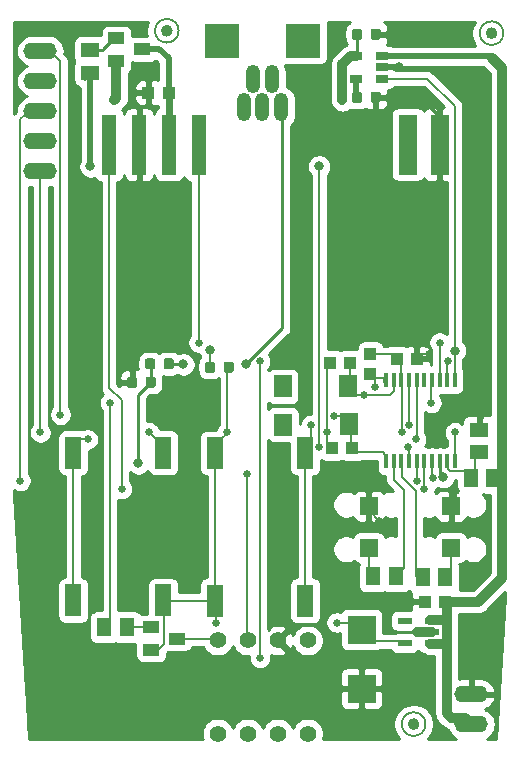
<source format=gbr>
G04 #@! TF.GenerationSoftware,KiCad,Pcbnew,(5.1.6)-1*
G04 #@! TF.CreationDate,2021-03-08T10:10:15+01:00*
G04 #@! TF.ProjectId,P_sensor v10.0,505f7365-6e73-46f7-9220-7631302e302e,rev?*
G04 #@! TF.SameCoordinates,Original*
G04 #@! TF.FileFunction,Copper,L1,Top*
G04 #@! TF.FilePolarity,Positive*
%FSLAX46Y46*%
G04 Gerber Fmt 4.6, Leading zero omitted, Abs format (unit mm)*
G04 Created by KiCad (PCBNEW (5.1.6)-1) date 2021-03-08 10:10:15*
%MOMM*%
%LPD*%
G01*
G04 APERTURE LIST*
G04 #@! TA.AperFunction,EtchedComponent*
%ADD10C,0.500000*%
G04 #@! TD*
G04 #@! TA.AperFunction,EtchedComponent*
%ADD11C,0.150000*%
G04 #@! TD*
G04 #@! TA.AperFunction,ComponentPad*
%ADD12R,2.895600X2.895600*%
G04 #@! TD*
G04 #@! TA.AperFunction,ComponentPad*
%ADD13O,1.219200X2.438400*%
G04 #@! TD*
G04 #@! TA.AperFunction,SMDPad,CuDef*
%ADD14R,1.060000X0.650000*%
G04 #@! TD*
G04 #@! TA.AperFunction,SMDPad,CuDef*
%ADD15R,1.300000X1.600000*%
G04 #@! TD*
G04 #@! TA.AperFunction,SMDPad,CuDef*
%ADD16R,1.600000X1.300000*%
G04 #@! TD*
G04 #@! TA.AperFunction,SMDPad,CuDef*
%ADD17R,1.400000X1.000000*%
G04 #@! TD*
G04 #@! TA.AperFunction,SMDPad,CuDef*
%ADD18R,1.100000X1.000000*%
G04 #@! TD*
G04 #@! TA.AperFunction,SMDPad,CuDef*
%ADD19R,0.304800X1.244600*%
G04 #@! TD*
G04 #@! TA.AperFunction,SMDPad,CuDef*
%ADD20R,1.500000X1.500000*%
G04 #@! TD*
G04 #@! TA.AperFunction,ComponentPad*
%ADD21O,2.834636X1.417318*%
G04 #@! TD*
G04 #@! TA.AperFunction,SMDPad,CuDef*
%ADD22R,1.200000X0.600000*%
G04 #@! TD*
G04 #@! TA.AperFunction,SMDPad,CuDef*
%ADD23R,1.000000X1.100000*%
G04 #@! TD*
G04 #@! TA.AperFunction,SMDPad,CuDef*
%ADD24R,1.400000X2.700000*%
G04 #@! TD*
G04 #@! TA.AperFunction,ComponentPad*
%ADD25C,1.417318*%
G04 #@! TD*
G04 #@! TA.AperFunction,SMDPad,CuDef*
%ADD26R,1.500000X1.900000*%
G04 #@! TD*
G04 #@! TA.AperFunction,SMDPad,CuDef*
%ADD27R,2.400000X2.400000*%
G04 #@! TD*
G04 #@! TA.AperFunction,SMDPad,CuDef*
%ADD28R,1.270000X5.080000*%
G04 #@! TD*
G04 #@! TA.AperFunction,SMDPad,CuDef*
%ADD29R,1.600000X5.080000*%
G04 #@! TD*
G04 #@! TA.AperFunction,ViaPad*
%ADD30C,0.800000*%
G04 #@! TD*
G04 #@! TA.AperFunction,ViaPad*
%ADD31C,0.651318*%
G04 #@! TD*
G04 #@! TA.AperFunction,ViaPad*
%ADD32C,0.751318*%
G04 #@! TD*
G04 #@! TA.AperFunction,Conductor*
%ADD33C,0.250000*%
G04 #@! TD*
G04 #@! TA.AperFunction,Conductor*
%ADD34C,0.812800*%
G04 #@! TD*
G04 #@! TA.AperFunction,Conductor*
%ADD35C,0.150000*%
G04 #@! TD*
G04 #@! TA.AperFunction,Conductor*
%ADD36C,0.500000*%
G04 #@! TD*
G04 #@! TA.AperFunction,Conductor*
%ADD37C,0.609600*%
G04 #@! TD*
G04 #@! TA.AperFunction,Conductor*
%ADD38C,0.254000*%
G04 #@! TD*
G04 APERTURE END LIST*
D10*
X185351100Y-103103600D02*
G75*
G03*
X185351100Y-103103600I-250000J0D01*
G01*
D11*
X186101100Y-103103600D02*
G75*
G03*
X186101100Y-103103600I-1000000J0D01*
G01*
D10*
X164451100Y-44403600D02*
G75*
G03*
X164451100Y-44403600I-250000J0D01*
G01*
D11*
X165201100Y-44403600D02*
G75*
G03*
X165201100Y-44403600I-1000000J0D01*
G01*
D10*
X191951100Y-44603600D02*
G75*
G03*
X191951100Y-44603600I-250000J0D01*
G01*
D11*
X192701100Y-44603600D02*
G75*
G03*
X192701100Y-44603600I-1000000J0D01*
G01*
G04 #@! TA.AperFunction,SMDPad,CuDef*
G36*
G01*
X161702000Y-73911750D02*
X161702000Y-74424250D01*
G75*
G02*
X161483250Y-74643000I-218750J0D01*
G01*
X161045750Y-74643000D01*
G75*
G02*
X160827000Y-74424250I0J218750D01*
G01*
X160827000Y-73911750D01*
G75*
G02*
X161045750Y-73693000I218750J0D01*
G01*
X161483250Y-73693000D01*
G75*
G02*
X161702000Y-73911750I0J-218750D01*
G01*
G37*
G04 #@! TD.AperFunction*
G04 #@! TA.AperFunction,SMDPad,CuDef*
G36*
G01*
X163277000Y-73911750D02*
X163277000Y-74424250D01*
G75*
G02*
X163058250Y-74643000I-218750J0D01*
G01*
X162620750Y-74643000D01*
G75*
G02*
X162402000Y-74424250I0J218750D01*
G01*
X162402000Y-73911750D01*
G75*
G02*
X162620750Y-73693000I218750J0D01*
G01*
X163058250Y-73693000D01*
G75*
G02*
X163277000Y-73911750I0J-218750D01*
G01*
G37*
G04 #@! TD.AperFunction*
G04 #@! TA.AperFunction,SMDPad,CuDef*
G36*
G01*
X163226000Y-72343750D02*
X163226000Y-72856250D01*
G75*
G02*
X163007250Y-73075000I-218750J0D01*
G01*
X162569750Y-73075000D01*
G75*
G02*
X162351000Y-72856250I0J218750D01*
G01*
X162351000Y-72343750D01*
G75*
G02*
X162569750Y-72125000I218750J0D01*
G01*
X163007250Y-72125000D01*
G75*
G02*
X163226000Y-72343750I0J-218750D01*
G01*
G37*
G04 #@! TD.AperFunction*
G04 #@! TA.AperFunction,SMDPad,CuDef*
G36*
G01*
X164801000Y-72343750D02*
X164801000Y-72856250D01*
G75*
G02*
X164582250Y-73075000I-218750J0D01*
G01*
X164144750Y-73075000D01*
G75*
G02*
X163926000Y-72856250I0J218750D01*
G01*
X163926000Y-72343750D01*
G75*
G02*
X164144750Y-72125000I218750J0D01*
G01*
X164582250Y-72125000D01*
G75*
G02*
X164801000Y-72343750I0J-218750D01*
G01*
G37*
G04 #@! TD.AperFunction*
G04 #@! TA.AperFunction,SMDPad,CuDef*
G36*
G01*
X168306000Y-72641750D02*
X168306000Y-73154250D01*
G75*
G02*
X168087250Y-73373000I-218750J0D01*
G01*
X167649750Y-73373000D01*
G75*
G02*
X167431000Y-73154250I0J218750D01*
G01*
X167431000Y-72641750D01*
G75*
G02*
X167649750Y-72423000I218750J0D01*
G01*
X168087250Y-72423000D01*
G75*
G02*
X168306000Y-72641750I0J-218750D01*
G01*
G37*
G04 #@! TD.AperFunction*
G04 #@! TA.AperFunction,SMDPad,CuDef*
G36*
G01*
X169881000Y-72641750D02*
X169881000Y-73154250D01*
G75*
G02*
X169662250Y-73373000I-218750J0D01*
G01*
X169224750Y-73373000D01*
G75*
G02*
X169006000Y-73154250I0J218750D01*
G01*
X169006000Y-72641750D01*
G75*
G02*
X169224750Y-72423000I218750J0D01*
G01*
X169662250Y-72423000D01*
G75*
G02*
X169881000Y-72641750I0J-218750D01*
G01*
G37*
G04 #@! TD.AperFunction*
D12*
X175749320Y-45238480D03*
X168850680Y-45238480D03*
D13*
X170702340Y-50897600D03*
X171502440Y-48479520D03*
X172300000Y-50897600D03*
X173097560Y-48479520D03*
X173897660Y-50897600D03*
D14*
X180256000Y-48448000D03*
X180256000Y-46548000D03*
X182456000Y-46548000D03*
X182456000Y-47498000D03*
X182456000Y-48448000D03*
G04 #@! TA.AperFunction,SMDPad,CuDef*
G36*
G01*
X181452000Y-50294250D02*
X181452000Y-49781750D01*
G75*
G02*
X181670750Y-49563000I218750J0D01*
G01*
X182108250Y-49563000D01*
G75*
G02*
X182327000Y-49781750I0J-218750D01*
G01*
X182327000Y-50294250D01*
G75*
G02*
X182108250Y-50513000I-218750J0D01*
G01*
X181670750Y-50513000D01*
G75*
G02*
X181452000Y-50294250I0J218750D01*
G01*
G37*
G04 #@! TD.AperFunction*
G04 #@! TA.AperFunction,SMDPad,CuDef*
G36*
G01*
X179877000Y-50294250D02*
X179877000Y-49781750D01*
G75*
G02*
X180095750Y-49563000I218750J0D01*
G01*
X180533250Y-49563000D01*
G75*
G02*
X180752000Y-49781750I0J-218750D01*
G01*
X180752000Y-50294250D01*
G75*
G02*
X180533250Y-50513000I-218750J0D01*
G01*
X180095750Y-50513000D01*
G75*
G02*
X179877000Y-50294250I0J218750D01*
G01*
G37*
G04 #@! TD.AperFunction*
G04 #@! TA.AperFunction,SMDPad,CuDef*
G36*
G01*
X181452000Y-44960250D02*
X181452000Y-44447750D01*
G75*
G02*
X181670750Y-44229000I218750J0D01*
G01*
X182108250Y-44229000D01*
G75*
G02*
X182327000Y-44447750I0J-218750D01*
G01*
X182327000Y-44960250D01*
G75*
G02*
X182108250Y-45179000I-218750J0D01*
G01*
X181670750Y-45179000D01*
G75*
G02*
X181452000Y-44960250I0J218750D01*
G01*
G37*
G04 #@! TD.AperFunction*
G04 #@! TA.AperFunction,SMDPad,CuDef*
G36*
G01*
X179877000Y-44960250D02*
X179877000Y-44447750D01*
G75*
G02*
X180095750Y-44229000I218750J0D01*
G01*
X180533250Y-44229000D01*
G75*
G02*
X180752000Y-44447750I0J-218750D01*
G01*
X180752000Y-44960250D01*
G75*
G02*
X180533250Y-45179000I-218750J0D01*
G01*
X180095750Y-45179000D01*
G75*
G02*
X179877000Y-44960250I0J218750D01*
G01*
G37*
G04 #@! TD.AperFunction*
D15*
X183581100Y-90603600D03*
X181681100Y-90603600D03*
D16*
X157734000Y-46040000D03*
X157734000Y-47940000D03*
D15*
X160821100Y-94903600D03*
X158921100Y-94903600D03*
X185861100Y-90653600D03*
X187761100Y-90653600D03*
D17*
X159936000Y-45024000D03*
X159936000Y-46924000D03*
X162136000Y-45974000D03*
X162881100Y-94913600D03*
X162881100Y-96813600D03*
X165081100Y-95863600D03*
D15*
X191861100Y-82253600D03*
X189961100Y-82253600D03*
D16*
X190651100Y-80083600D03*
X190651100Y-78183600D03*
D18*
X179741100Y-72503600D03*
X178041100Y-72503600D03*
X179901100Y-79753600D03*
X178201100Y-79753600D03*
D19*
X188617300Y-80854300D03*
X187967300Y-80854300D03*
X187317300Y-80854300D03*
X186667300Y-80854300D03*
X186017300Y-80854300D03*
X185367300Y-80854300D03*
X184717300Y-80854300D03*
X184067300Y-80854300D03*
X183417300Y-80854300D03*
X182767300Y-80854300D03*
X188614900Y-73972900D03*
X187964900Y-73972900D03*
X187314900Y-73972900D03*
X186664900Y-73972900D03*
X182764900Y-73972900D03*
X183414900Y-73972900D03*
X184064900Y-73972900D03*
X184714900Y-73972900D03*
X186016400Y-73973400D03*
X185364900Y-73972900D03*
D18*
X185371100Y-72153600D03*
X183671100Y-72153600D03*
X162651100Y-49653600D03*
X164351100Y-49653600D03*
D20*
X188271100Y-88163600D03*
X188271100Y-84663600D03*
D21*
X190001100Y-100583600D03*
X190001100Y-103123600D03*
D22*
X184351100Y-96263600D03*
X184351100Y-94363600D03*
X186651100Y-96263600D03*
X186651100Y-94363600D03*
X186651100Y-95313600D03*
D18*
X186051100Y-92753600D03*
X187751100Y-92753600D03*
D23*
X181451100Y-73493600D03*
X181451100Y-71793600D03*
D24*
X156281100Y-80133600D03*
X156281100Y-92633600D03*
X163901100Y-80133600D03*
X163901100Y-92633600D03*
X175911100Y-92653600D03*
X175911100Y-80153600D03*
X168291100Y-92653600D03*
X168291100Y-80153600D03*
D25*
X176131100Y-96023600D03*
X173591100Y-96023600D03*
X171051100Y-96023600D03*
X168511100Y-96023600D03*
X176131100Y-103903600D03*
X173591100Y-103903600D03*
X171051100Y-103903600D03*
X168511100Y-103903600D03*
D26*
X179651100Y-77699600D03*
X179581100Y-74497600D03*
X174053100Y-77739600D03*
X174023100Y-74507600D03*
D27*
X180701100Y-100103600D03*
X180701100Y-95103600D03*
D21*
X153501100Y-46123600D03*
X153501100Y-48663600D03*
X153501100Y-51203600D03*
X153501100Y-53743600D03*
X153501100Y-56283600D03*
D28*
X166898100Y-54045600D03*
X164398100Y-54045600D03*
X161858100Y-54045600D03*
X159318100Y-54045600D03*
D29*
X184615740Y-54035375D03*
X187308100Y-54045600D03*
D20*
X181301100Y-88153600D03*
X181301100Y-84653600D03*
D30*
X159766000Y-50292000D03*
X192601100Y-53524900D03*
D31*
X177801100Y-78403600D03*
X188601100Y-78403600D03*
X184101100Y-78403600D03*
X169301100Y-78403600D03*
X153501100Y-78403600D03*
X162701100Y-78403600D03*
X168401100Y-94503600D03*
X178601100Y-94503600D03*
X184601100Y-79603600D03*
X177101100Y-79603600D03*
D30*
X177101100Y-55880000D03*
X157734000Y-55880000D03*
D31*
X186601100Y-75903600D03*
X159401100Y-75903600D03*
X180901100Y-75203600D03*
X155201100Y-76903600D03*
X178401100Y-77003600D03*
X171001100Y-81903600D03*
X186701100Y-82303600D03*
X186001100Y-83203600D03*
X160401100Y-83203600D03*
X185401100Y-82503600D03*
X151801100Y-82503600D03*
X188001100Y-72403600D03*
X172101100Y-72403600D03*
X172101100Y-97503600D03*
X187301100Y-70803600D03*
X166901100Y-70803600D03*
X176401100Y-77803600D03*
X184701100Y-77803600D03*
X185301100Y-79003600D03*
X157501100Y-79003600D03*
X182601100Y-100103600D03*
X188701100Y-83403600D03*
X181801100Y-74603600D03*
X186401100Y-71803600D03*
X190801100Y-77003600D03*
X184801100Y-92703600D03*
D32*
X185401100Y-95303600D03*
D31*
X182201100Y-85903600D03*
D30*
X183388000Y-45212000D03*
X183896000Y-47498000D03*
X185674000Y-50038000D03*
X161798000Y-48006000D03*
X161290000Y-72898000D03*
X179070000Y-50292000D03*
X165608000Y-72644000D03*
X170942000Y-72644000D03*
X188614900Y-71481100D03*
X167894000Y-71428459D03*
X187600000Y-82200000D03*
X161798000Y-81026000D03*
D33*
X159736000Y-45024000D02*
X158786000Y-45974000D01*
X159936000Y-45024000D02*
X159736000Y-45024000D01*
X158784000Y-46040000D02*
X157734000Y-46040000D01*
X158786000Y-46038000D02*
X158784000Y-46040000D01*
X158786000Y-45974000D02*
X158786000Y-46038000D01*
D34*
X192601100Y-90703600D02*
X192601100Y-82403600D01*
X187901100Y-102203600D02*
X188301100Y-102603600D01*
X188301100Y-102603600D02*
X189481100Y-102603600D01*
X189481100Y-102603600D02*
X190001100Y-103123600D01*
X187901100Y-92803600D02*
X187901100Y-94303600D01*
X187901100Y-94303600D02*
X187901100Y-96303600D01*
X187901100Y-96303600D02*
X187901100Y-102203600D01*
D35*
X191861100Y-82253600D02*
X192011100Y-82403600D01*
X192011100Y-82403600D02*
X192601100Y-82403600D01*
D34*
X192601100Y-90703600D02*
X190551100Y-92753600D01*
X190551100Y-92753600D02*
X187751100Y-92753600D01*
X186491100Y-96303600D02*
X186601100Y-96303600D01*
X186601100Y-96303600D02*
X187901100Y-96303600D01*
D35*
X186651100Y-96263600D02*
X186611100Y-96303600D01*
X186611100Y-96303600D02*
X186601100Y-96303600D01*
X187901100Y-92803600D02*
X187851100Y-92753600D01*
X187851100Y-92753600D02*
X187751100Y-92753600D01*
D34*
X186511100Y-94303600D02*
X187901100Y-94303600D01*
D35*
X186651100Y-94363600D02*
X186591100Y-94303600D01*
X186591100Y-94303600D02*
X186511100Y-94303600D01*
X186511100Y-94303600D02*
X186501100Y-94303600D01*
X186511100Y-94303600D02*
X186571100Y-94363600D01*
X186571100Y-94363600D02*
X186651100Y-94363600D01*
D34*
X192601100Y-47567100D02*
X191770000Y-46736000D01*
X192601100Y-48952900D02*
X192601100Y-47567100D01*
X160020000Y-47008000D02*
X159936000Y-46924000D01*
D36*
X191582000Y-46548000D02*
X191770000Y-46736000D01*
X182456000Y-46548000D02*
X191582000Y-46548000D01*
D34*
X159936000Y-50122000D02*
X159766000Y-50292000D01*
X159936000Y-46924000D02*
X159936000Y-50122000D01*
X192601100Y-52508900D02*
X192601100Y-48952900D01*
X192601100Y-53524900D02*
X192601100Y-52508900D01*
X192601100Y-82403600D02*
X192601100Y-53524900D01*
D37*
X164398100Y-54045600D02*
X164398100Y-49806600D01*
X164398100Y-49806600D02*
X164401100Y-49803600D01*
X164401100Y-49803600D02*
X164401100Y-49703600D01*
X164401100Y-49703600D02*
X164351100Y-49653600D01*
D36*
X163576000Y-45974000D02*
X162136000Y-45974000D01*
X164351100Y-46749100D02*
X163576000Y-45974000D01*
X164351100Y-49653600D02*
X164351100Y-46749100D01*
D35*
X160821100Y-94903600D02*
X162871100Y-94903600D01*
X162871100Y-94903600D02*
X162881100Y-94913600D01*
X178101100Y-72563600D02*
X178041100Y-72503600D01*
X162881100Y-96813600D02*
X163491100Y-96813600D01*
X163491100Y-96813600D02*
X164001100Y-96303600D01*
X164001100Y-96303600D02*
X164001100Y-92733600D01*
X164001100Y-92733600D02*
X163901100Y-92633600D01*
X168291100Y-92653600D02*
X168291100Y-80153600D01*
X180701100Y-95103600D02*
X180701100Y-95503600D01*
X184101100Y-74003600D02*
X184070400Y-73972900D01*
X184070400Y-73972900D02*
X184064900Y-73972900D01*
X184101100Y-78403600D02*
X184101100Y-74003600D01*
X168291100Y-80153600D02*
X168901100Y-79543600D01*
X168901100Y-79543600D02*
X168901100Y-78903600D01*
X168901100Y-78903600D02*
X169301100Y-78503600D01*
X169301100Y-78503600D02*
X169301100Y-78403600D01*
X163851100Y-80153600D02*
X163801100Y-80103600D01*
X153501100Y-56283600D02*
X153501100Y-78403600D01*
X178201100Y-79753600D02*
X177801100Y-79353600D01*
X177801100Y-79353600D02*
X177801100Y-78403600D01*
X177801100Y-78403600D02*
X177801100Y-72743600D01*
X177801100Y-72743600D02*
X178041100Y-72503600D01*
X181451100Y-71793600D02*
X183311100Y-71793600D01*
X183311100Y-71793600D02*
X183671100Y-72153600D01*
X184064900Y-73972900D02*
X184064900Y-72547400D01*
X184064900Y-72547400D02*
X183671100Y-72153600D01*
X163851100Y-80153600D02*
X163851100Y-80103600D01*
X163851100Y-80103600D02*
X163851100Y-79553600D01*
X163851100Y-79553600D02*
X162701100Y-78403600D01*
X163901100Y-80133600D02*
X163881100Y-80133600D01*
X163881100Y-80133600D02*
X163851100Y-80103600D01*
X188617300Y-80854300D02*
X188601100Y-80838100D01*
X188601100Y-80838100D02*
X188601100Y-78403600D01*
X184351100Y-96263600D02*
X184191100Y-96103600D01*
X184191100Y-96103600D02*
X181101100Y-96103600D01*
X181101100Y-96103600D02*
X180601100Y-95603600D01*
X180601100Y-95603600D02*
X180601100Y-95103600D01*
X180601100Y-95103600D02*
X180701100Y-95103600D01*
X164001100Y-92733600D02*
X164081100Y-92653600D01*
X164081100Y-92653600D02*
X168291100Y-92653600D01*
X168291100Y-92653600D02*
X168401100Y-92763600D01*
X168401100Y-92763600D02*
X168401100Y-94503600D01*
X178601100Y-94503600D02*
X180601100Y-94503600D01*
X180601100Y-94503600D02*
X180601100Y-95103600D01*
X169301100Y-73040400D02*
X169443500Y-72898000D01*
X169301100Y-78403600D02*
X169301100Y-73040400D01*
X168511100Y-96023600D02*
X168351100Y-95863600D01*
X168351100Y-95863600D02*
X165081100Y-95863600D01*
X184717300Y-80854300D02*
X184717300Y-79719800D01*
X184717300Y-79719800D02*
X184601100Y-79603600D01*
D33*
X157226000Y-48448000D02*
X157734000Y-47940000D01*
D36*
X157734000Y-47940000D02*
X157734000Y-55880000D01*
D35*
X177101100Y-55880000D02*
X177101100Y-79603600D01*
X186601100Y-75903600D02*
X186601100Y-73909100D01*
X186601100Y-73909100D02*
X186664900Y-73972900D01*
X159401100Y-94423600D02*
X159401100Y-75903600D01*
X159401100Y-94423600D02*
X158921100Y-94903600D01*
X187967300Y-80854300D02*
X188001100Y-80888100D01*
X188001100Y-80888100D02*
X188001100Y-81503600D01*
X188001100Y-81503600D02*
X188201100Y-81703600D01*
X188201100Y-81703600D02*
X190001100Y-81703600D01*
X190001100Y-81703600D02*
X189901100Y-81803600D01*
X189901100Y-81803600D02*
X189901100Y-82203600D01*
X189961100Y-82253600D02*
X189911100Y-82203600D01*
X189911100Y-82203600D02*
X189901100Y-82203600D01*
X189961100Y-82253600D02*
X190301100Y-81913600D01*
X190301100Y-81913600D02*
X190301100Y-80603600D01*
X190301100Y-80603600D02*
X190651100Y-80253600D01*
X190651100Y-80253600D02*
X190651100Y-80083600D01*
X179741100Y-74337600D02*
X179741100Y-72503600D01*
X179581100Y-74497600D02*
X179741100Y-74337600D01*
X183414900Y-73972900D02*
X183401100Y-73986700D01*
X183401100Y-73986700D02*
X183401100Y-74903600D01*
X183401100Y-74903600D02*
X183101100Y-75203600D01*
X183101100Y-75203600D02*
X180901100Y-75203600D01*
X180901100Y-75203600D02*
X180001100Y-75203600D01*
X180001100Y-75203600D02*
X179601100Y-74803600D01*
X179601100Y-74803600D02*
X179601100Y-74403600D01*
X179601100Y-74403600D02*
X179581100Y-74423600D01*
X179581100Y-74423600D02*
X179581100Y-74497600D01*
X180001100Y-75203600D02*
X179601100Y-75203600D01*
X179801100Y-77849600D02*
X179651100Y-77699600D01*
X182767300Y-80854300D02*
X182701100Y-80788100D01*
X182701100Y-80788100D02*
X182701100Y-80303600D01*
X182701100Y-80303600D02*
X182501100Y-80103600D01*
X182501100Y-80103600D02*
X180001100Y-80103600D01*
X180001100Y-80103600D02*
X179701100Y-79803600D01*
X179701100Y-79803600D02*
X179851100Y-79803600D01*
X154301100Y-46103600D02*
X155201100Y-47003600D01*
X155201100Y-47003600D02*
X155201100Y-76903600D01*
X154301100Y-46103600D02*
X153501100Y-46103600D01*
X153401100Y-46103600D02*
X153501100Y-46103600D01*
X153501100Y-46103600D02*
X153501100Y-46123600D01*
X178401100Y-77003600D02*
X178955100Y-77003600D01*
X178955100Y-77003600D02*
X179651100Y-77699600D01*
X179801100Y-77849600D02*
X179801100Y-79653600D01*
X179801100Y-79653600D02*
X179901100Y-79753600D01*
X179851100Y-79803600D02*
X179901100Y-79753600D01*
X171001100Y-95973600D02*
X171001100Y-81903600D01*
X171051100Y-96023600D02*
X171001100Y-95973600D01*
X186667300Y-80854300D02*
X186667300Y-82269800D01*
X186667300Y-82269800D02*
X186701100Y-82303600D01*
X186017300Y-80854300D02*
X186001100Y-80870500D01*
X186001100Y-80870500D02*
X186001100Y-83203600D01*
X159318100Y-54045600D02*
X159318100Y-74620600D01*
X159318100Y-74620600D02*
X160401100Y-75703600D01*
X160401100Y-75703600D02*
X160401100Y-83203600D01*
X185367300Y-80854300D02*
X185401100Y-80888100D01*
X185401100Y-80888100D02*
X185401100Y-82503600D01*
X153501100Y-51203600D02*
X153201100Y-51503600D01*
X153201100Y-51503600D02*
X152201100Y-51503600D01*
X152201100Y-51503600D02*
X151801100Y-51903600D01*
X151801100Y-51903600D02*
X151801100Y-82503600D01*
X185301100Y-90603600D02*
X185301100Y-83403600D01*
X185301100Y-90603600D02*
X185351100Y-90653600D01*
X185351100Y-90653600D02*
X185861100Y-90653600D01*
X185301100Y-83403600D02*
X184101100Y-82203600D01*
X184101100Y-82203600D02*
X184101100Y-80903600D01*
X184101100Y-80903600D02*
X184067300Y-80869800D01*
X184067300Y-80869800D02*
X184067300Y-80854300D01*
X183417300Y-80854300D02*
X183401100Y-80870500D01*
X184301100Y-83303600D02*
X184301100Y-89903600D01*
X183601100Y-90603600D02*
X183581100Y-90603600D01*
X184301100Y-83303600D02*
X183417300Y-82419800D01*
X183417300Y-82419800D02*
X183417300Y-80854300D01*
X183601100Y-90603600D02*
X184301100Y-89903600D01*
X187964900Y-73972900D02*
X187964900Y-72439800D01*
X187964900Y-72439800D02*
X188001100Y-72403600D01*
X172101100Y-72403600D02*
X172101100Y-97503600D01*
X187314900Y-73972900D02*
X187314900Y-70817400D01*
X187314900Y-70817400D02*
X187301100Y-70803600D01*
X166901100Y-70803600D02*
X166901100Y-54048600D01*
X166901100Y-54048600D02*
X166898100Y-54045600D01*
X175911100Y-92653600D02*
X175911100Y-80153600D01*
X175911100Y-80153600D02*
X176401100Y-79663600D01*
X176401100Y-79663600D02*
X176401100Y-77803600D01*
X184701100Y-77803600D02*
X184701100Y-73986700D01*
X184714900Y-73972900D02*
X184701100Y-73986700D01*
X156281100Y-92633600D02*
X156281100Y-80133600D01*
X185364900Y-78867400D02*
X185364900Y-73972900D01*
X156281100Y-80133600D02*
X156301100Y-80113600D01*
X156301100Y-79403600D02*
X156301100Y-80113600D01*
X185364900Y-78867400D02*
X185301100Y-78931200D01*
X185301100Y-78931200D02*
X185301100Y-79003600D01*
X157501100Y-79003600D02*
X156701100Y-79003600D01*
X156701100Y-79003600D02*
X156301100Y-79403600D01*
X181301100Y-88153600D02*
X181301100Y-90203600D01*
X181301100Y-90203600D02*
X181701100Y-90603600D01*
X181701100Y-90603600D02*
X181681100Y-90603600D01*
X188271100Y-90643600D02*
X188271100Y-88163600D01*
X188271100Y-90643600D02*
X188211100Y-90703600D01*
X188211100Y-90703600D02*
X187801100Y-90703600D01*
X187801100Y-90703600D02*
X187761100Y-90663600D01*
X187761100Y-90663600D02*
X187761100Y-90653600D01*
X180701100Y-100103600D02*
X182601100Y-100103600D01*
X188271100Y-84663600D02*
X188211100Y-84603600D01*
X181451100Y-73493600D02*
X181801100Y-73843600D01*
X181801100Y-73843600D02*
X181801100Y-74603600D01*
X182764900Y-73972900D02*
X182635600Y-73843600D01*
X182635600Y-73843600D02*
X181801100Y-73843600D01*
X185371100Y-72153600D02*
X185721100Y-71803600D01*
X185721100Y-71803600D02*
X186401100Y-71803600D01*
X190651100Y-78183600D02*
X190801100Y-78033600D01*
X190801100Y-78033600D02*
X190801100Y-77003600D01*
X186051100Y-92753600D02*
X186101100Y-92703600D01*
X186101100Y-92703600D02*
X184801100Y-92703600D01*
X188211100Y-84603600D02*
X188701100Y-84113600D01*
X188701100Y-84113600D02*
X188701100Y-83403600D01*
D34*
X186651100Y-95313600D02*
X186641100Y-95303600D01*
X186641100Y-95303600D02*
X185401100Y-95303600D01*
D35*
X181301100Y-84653600D02*
X181301100Y-85003600D01*
X181301100Y-85003600D02*
X182201100Y-85903600D01*
D36*
X183896000Y-47498000D02*
X182456000Y-47498000D01*
D33*
X181889500Y-50038000D02*
X185674000Y-50038000D01*
X187308100Y-51672100D02*
X187308100Y-54045600D01*
X185674000Y-50038000D02*
X187308100Y-51672100D01*
X161264500Y-72923500D02*
X161290000Y-72898000D01*
X161264500Y-74168000D02*
X161264500Y-72923500D01*
X180314500Y-46489500D02*
X180256000Y-46548000D01*
X180314500Y-44704000D02*
X180314500Y-46489500D01*
D36*
X180256000Y-46548000D02*
X180051000Y-46548000D01*
D34*
X180256000Y-46548000D02*
X179766000Y-46548000D01*
X179766000Y-46548000D02*
X179070000Y-47244000D01*
X179070000Y-50292000D02*
X179070000Y-47244000D01*
D33*
X165564000Y-72600000D02*
X165608000Y-72644000D01*
X164363500Y-72600000D02*
X165564000Y-72600000D01*
X173982029Y-50372369D02*
X173897660Y-50288000D01*
X173982029Y-69603971D02*
X173982029Y-50372369D01*
X170942000Y-72644000D02*
X173982029Y-69603971D01*
D36*
X180256000Y-49979500D02*
X180314500Y-50038000D01*
X180256000Y-48448000D02*
X180256000Y-49979500D01*
D35*
X183136000Y-48448000D02*
X182456000Y-48448000D01*
X186260269Y-48448000D02*
X183136000Y-48448000D01*
X188614900Y-50802631D02*
X186260269Y-48448000D01*
X188614900Y-73972900D02*
X188614900Y-71481100D01*
X188614900Y-71481100D02*
X188614900Y-50802631D01*
X167894000Y-72872500D02*
X167868500Y-72898000D01*
X167894000Y-71428459D02*
X167894000Y-72872500D01*
D33*
X187317300Y-81917300D02*
X187600000Y-82200000D01*
X187317300Y-80854300D02*
X187317300Y-81917300D01*
X161798000Y-75209500D02*
X162839500Y-74168000D01*
X161798000Y-81026000D02*
X161798000Y-75209500D01*
X162839500Y-72651000D02*
X162788500Y-72600000D01*
X162839500Y-74168000D02*
X162839500Y-72651000D01*
D38*
G36*
X162545593Y-43901408D02*
G01*
X162479430Y-44234030D01*
X162479430Y-44573170D01*
X162531696Y-44835928D01*
X161436000Y-44835928D01*
X161311518Y-44848188D01*
X161274072Y-44859547D01*
X161274072Y-44524000D01*
X161261812Y-44399518D01*
X161225502Y-44279820D01*
X161166537Y-44169506D01*
X161087185Y-44072815D01*
X160990494Y-43993463D01*
X160880180Y-43934498D01*
X160760482Y-43898188D01*
X160636000Y-43885928D01*
X159236000Y-43885928D01*
X159111518Y-43898188D01*
X158991820Y-43934498D01*
X158881506Y-43993463D01*
X158784815Y-44072815D01*
X158705463Y-44169506D01*
X158646498Y-44279820D01*
X158610188Y-44399518D01*
X158597928Y-44524000D01*
X158597928Y-44758224D01*
X158534000Y-44751928D01*
X156934000Y-44751928D01*
X156809518Y-44764188D01*
X156689820Y-44800498D01*
X156579506Y-44859463D01*
X156482815Y-44938815D01*
X156403463Y-45035506D01*
X156344498Y-45145820D01*
X156308188Y-45265518D01*
X156295928Y-45390000D01*
X156295928Y-46690000D01*
X156308188Y-46814482D01*
X156344498Y-46934180D01*
X156374335Y-46990000D01*
X156344498Y-47045820D01*
X156308188Y-47165518D01*
X156295928Y-47290000D01*
X156295928Y-48590000D01*
X156308188Y-48714482D01*
X156344498Y-48834180D01*
X156403463Y-48944494D01*
X156482815Y-49041185D01*
X156579506Y-49120537D01*
X156689820Y-49179502D01*
X156809518Y-49215812D01*
X156849000Y-49219701D01*
X156849001Y-55341544D01*
X156816795Y-55389744D01*
X156738774Y-55578102D01*
X156699000Y-55778061D01*
X156699000Y-55981939D01*
X156738774Y-56181898D01*
X156816795Y-56370256D01*
X156930063Y-56539774D01*
X157074226Y-56683937D01*
X157243744Y-56797205D01*
X157432102Y-56875226D01*
X157632061Y-56915000D01*
X157835939Y-56915000D01*
X158035898Y-56875226D01*
X158103027Y-56847420D01*
X158152563Y-56940094D01*
X158231915Y-57036785D01*
X158328606Y-57116137D01*
X158438920Y-57175102D01*
X158558618Y-57211412D01*
X158608100Y-57216285D01*
X158608101Y-74585715D01*
X158604665Y-74620600D01*
X158618374Y-74759784D01*
X158658972Y-74893619D01*
X158724901Y-75016963D01*
X158746093Y-75042785D01*
X158813626Y-75125075D01*
X158824163Y-75133723D01*
X158788716Y-75157408D01*
X158654908Y-75291216D01*
X158549775Y-75448557D01*
X158477359Y-75623386D01*
X158440441Y-75808983D01*
X158440441Y-75998217D01*
X158477359Y-76183814D01*
X158549775Y-76358643D01*
X158654908Y-76515984D01*
X158691101Y-76552177D01*
X158691100Y-93465528D01*
X158271100Y-93465528D01*
X158146618Y-93477788D01*
X158026920Y-93514098D01*
X157916606Y-93573063D01*
X157819915Y-93652415D01*
X157740563Y-93749106D01*
X157681598Y-93859420D01*
X157645288Y-93979118D01*
X157633028Y-94103600D01*
X157633028Y-95703600D01*
X157645288Y-95828082D01*
X157681598Y-95947780D01*
X157740563Y-96058094D01*
X157819915Y-96154785D01*
X157916606Y-96234137D01*
X158026920Y-96293102D01*
X158146618Y-96329412D01*
X158271100Y-96341672D01*
X159571100Y-96341672D01*
X159695582Y-96329412D01*
X159815280Y-96293102D01*
X159871100Y-96263265D01*
X159926920Y-96293102D01*
X160046618Y-96329412D01*
X160171100Y-96341672D01*
X161471100Y-96341672D01*
X161543028Y-96334588D01*
X161543028Y-97313600D01*
X161555288Y-97438082D01*
X161591598Y-97557780D01*
X161650563Y-97668094D01*
X161729915Y-97764785D01*
X161826606Y-97844137D01*
X161936920Y-97903102D01*
X162056618Y-97939412D01*
X162181100Y-97951672D01*
X163581100Y-97951672D01*
X163705582Y-97939412D01*
X163825280Y-97903102D01*
X163935594Y-97844137D01*
X164032285Y-97764785D01*
X164111637Y-97668094D01*
X164170602Y-97557780D01*
X164206912Y-97438082D01*
X164219172Y-97313600D01*
X164219172Y-97089619D01*
X164313752Y-96995039D01*
X164381100Y-97001672D01*
X165781100Y-97001672D01*
X165905582Y-96989412D01*
X166025280Y-96953102D01*
X166135594Y-96894137D01*
X166232285Y-96814785D01*
X166311637Y-96718094D01*
X166370602Y-96607780D01*
X166380970Y-96573600D01*
X167284552Y-96573600D01*
X167320365Y-96660061D01*
X167467412Y-96880132D01*
X167654568Y-97067288D01*
X167874639Y-97214335D01*
X168119169Y-97315623D01*
X168378761Y-97367259D01*
X168643439Y-97367259D01*
X168903031Y-97315623D01*
X169147561Y-97214335D01*
X169367632Y-97067288D01*
X169554788Y-96880132D01*
X169701835Y-96660061D01*
X169781100Y-96468699D01*
X169860365Y-96660061D01*
X170007412Y-96880132D01*
X170194568Y-97067288D01*
X170414639Y-97214335D01*
X170659169Y-97315623D01*
X170918761Y-97367259D01*
X171148741Y-97367259D01*
X171140441Y-97408983D01*
X171140441Y-97598217D01*
X171177359Y-97783814D01*
X171249775Y-97958643D01*
X171354908Y-98115984D01*
X171488716Y-98249792D01*
X171646057Y-98354925D01*
X171820886Y-98427341D01*
X172006483Y-98464259D01*
X172195717Y-98464259D01*
X172381314Y-98427341D01*
X172556143Y-98354925D01*
X172713484Y-98249792D01*
X172847292Y-98115984D01*
X172952425Y-97958643D01*
X173024841Y-97783814D01*
X173061759Y-97598217D01*
X173061759Y-97408983D01*
X173028946Y-97244025D01*
X173143682Y-97297473D01*
X173400800Y-97360283D01*
X173665230Y-97371725D01*
X173926812Y-97331359D01*
X174175492Y-97240737D01*
X174278440Y-97185709D01*
X174338952Y-96951057D01*
X173591100Y-96203205D01*
X173576958Y-96217348D01*
X173397353Y-96037743D01*
X173411495Y-96023600D01*
X173770705Y-96023600D01*
X174518557Y-96771452D01*
X174753209Y-96710940D01*
X174863431Y-96474327D01*
X174940365Y-96660061D01*
X175087412Y-96880132D01*
X175274568Y-97067288D01*
X175494639Y-97214335D01*
X175739169Y-97315623D01*
X175998761Y-97367259D01*
X176263439Y-97367259D01*
X176523031Y-97315623D01*
X176767561Y-97214335D01*
X176987632Y-97067288D01*
X177174788Y-96880132D01*
X177321835Y-96660061D01*
X177423123Y-96415531D01*
X177474759Y-96155939D01*
X177474759Y-95891261D01*
X177423123Y-95631669D01*
X177321835Y-95387139D01*
X177174788Y-95167068D01*
X176987632Y-94979912D01*
X176767561Y-94832865D01*
X176523031Y-94731577D01*
X176263439Y-94679941D01*
X175998761Y-94679941D01*
X175739169Y-94731577D01*
X175494639Y-94832865D01*
X175274568Y-94979912D01*
X175087412Y-95167068D01*
X174940365Y-95387139D01*
X174859981Y-95581202D01*
X174808237Y-95439208D01*
X174753209Y-95336260D01*
X174518557Y-95275748D01*
X173770705Y-96023600D01*
X173411495Y-96023600D01*
X173397353Y-96009458D01*
X173576958Y-95829853D01*
X173591100Y-95843995D01*
X174338952Y-95096143D01*
X174278440Y-94861491D01*
X174038518Y-94749727D01*
X173781400Y-94686917D01*
X173516970Y-94675475D01*
X173255388Y-94715841D01*
X173006708Y-94806463D01*
X172903760Y-94861491D01*
X172843249Y-95096141D01*
X172811100Y-95063992D01*
X172811100Y-79091052D01*
X172851915Y-79140785D01*
X172948606Y-79220137D01*
X173058920Y-79279102D01*
X173178618Y-79315412D01*
X173303100Y-79327672D01*
X174573028Y-79327672D01*
X174573028Y-81503600D01*
X174585288Y-81628082D01*
X174621598Y-81747780D01*
X174680563Y-81858094D01*
X174759915Y-81954785D01*
X174856606Y-82034137D01*
X174966920Y-82093102D01*
X175086618Y-82129412D01*
X175201101Y-82140687D01*
X175201100Y-90666513D01*
X175086618Y-90677788D01*
X174966920Y-90714098D01*
X174856606Y-90773063D01*
X174759915Y-90852415D01*
X174680563Y-90949106D01*
X174621598Y-91059420D01*
X174585288Y-91179118D01*
X174573028Y-91303600D01*
X174573028Y-94003600D01*
X174585288Y-94128082D01*
X174621598Y-94247780D01*
X174680563Y-94358094D01*
X174759915Y-94454785D01*
X174856606Y-94534137D01*
X174966920Y-94593102D01*
X175086618Y-94629412D01*
X175211100Y-94641672D01*
X176611100Y-94641672D01*
X176735582Y-94629412D01*
X176855280Y-94593102D01*
X176965594Y-94534137D01*
X177062285Y-94454785D01*
X177141637Y-94358094D01*
X177200602Y-94247780D01*
X177236912Y-94128082D01*
X177249172Y-94003600D01*
X177249172Y-91303600D01*
X177236912Y-91179118D01*
X177200602Y-91059420D01*
X177141637Y-90949106D01*
X177062285Y-90852415D01*
X176965594Y-90773063D01*
X176855280Y-90714098D01*
X176735582Y-90677788D01*
X176621100Y-90666513D01*
X176621100Y-84396888D01*
X178226100Y-84396888D01*
X178226100Y-84630312D01*
X178271639Y-84859252D01*
X178360966Y-85074908D01*
X178490650Y-85268994D01*
X178655706Y-85434050D01*
X178849792Y-85563734D01*
X179065448Y-85653061D01*
X179294388Y-85698600D01*
X179527812Y-85698600D01*
X179756752Y-85653061D01*
X179940155Y-85577093D01*
X179961598Y-85647780D01*
X180020563Y-85758094D01*
X180099915Y-85854785D01*
X180196606Y-85934137D01*
X180306920Y-85993102D01*
X180426618Y-86029412D01*
X180551100Y-86041672D01*
X181015350Y-86038600D01*
X181174100Y-85879850D01*
X181174100Y-84780600D01*
X181154100Y-84780600D01*
X181154100Y-84526600D01*
X181174100Y-84526600D01*
X181174100Y-83427350D01*
X181015350Y-83268600D01*
X180551100Y-83265528D01*
X180426618Y-83277788D01*
X180306920Y-83314098D01*
X180196606Y-83373063D01*
X180099915Y-83452415D01*
X180048900Y-83514577D01*
X179972408Y-83463466D01*
X179756752Y-83374139D01*
X179527812Y-83328600D01*
X179294388Y-83328600D01*
X179065448Y-83374139D01*
X178849792Y-83463466D01*
X178655706Y-83593150D01*
X178490650Y-83758206D01*
X178360966Y-83952292D01*
X178271639Y-84167948D01*
X178226100Y-84396888D01*
X176621100Y-84396888D01*
X176621100Y-82140687D01*
X176735582Y-82129412D01*
X176855280Y-82093102D01*
X176965594Y-82034137D01*
X177062285Y-81954785D01*
X177141637Y-81858094D01*
X177200602Y-81747780D01*
X177236912Y-81628082D01*
X177249172Y-81503600D01*
X177249172Y-80745209D01*
X177296606Y-80784137D01*
X177406920Y-80843102D01*
X177526618Y-80879412D01*
X177651100Y-80891672D01*
X178751100Y-80891672D01*
X178875582Y-80879412D01*
X178995280Y-80843102D01*
X179051100Y-80813265D01*
X179106920Y-80843102D01*
X179226618Y-80879412D01*
X179351100Y-80891672D01*
X180451100Y-80891672D01*
X180575582Y-80879412D01*
X180695280Y-80843102D01*
X180750473Y-80813600D01*
X181976828Y-80813600D01*
X181976828Y-81476600D01*
X181989088Y-81601082D01*
X182025398Y-81720780D01*
X182084363Y-81831094D01*
X182163715Y-81927785D01*
X182260406Y-82007137D01*
X182370720Y-82066102D01*
X182490418Y-82102412D01*
X182614900Y-82114672D01*
X182707300Y-82114672D01*
X182707300Y-82384925D01*
X182703865Y-82419800D01*
X182707300Y-82454675D01*
X182707300Y-82454676D01*
X182717573Y-82558983D01*
X182758172Y-82692819D01*
X182824100Y-82816162D01*
X182912825Y-82924274D01*
X182939917Y-82946508D01*
X183325534Y-83332125D01*
X183307812Y-83328600D01*
X183074388Y-83328600D01*
X182845448Y-83374139D01*
X182629792Y-83463466D01*
X182553300Y-83514577D01*
X182502285Y-83452415D01*
X182405594Y-83373063D01*
X182295280Y-83314098D01*
X182175582Y-83277788D01*
X182051100Y-83265528D01*
X181586850Y-83268600D01*
X181428100Y-83427350D01*
X181428100Y-84526600D01*
X181448100Y-84526600D01*
X181448100Y-84780600D01*
X181428100Y-84780600D01*
X181428100Y-85879850D01*
X181586850Y-86038600D01*
X182051100Y-86041672D01*
X182175582Y-86029412D01*
X182295280Y-85993102D01*
X182405594Y-85934137D01*
X182502285Y-85854785D01*
X182581637Y-85758094D01*
X182640602Y-85647780D01*
X182662045Y-85577093D01*
X182845448Y-85653061D01*
X183074388Y-85698600D01*
X183307812Y-85698600D01*
X183536752Y-85653061D01*
X183591100Y-85630549D01*
X183591101Y-87176651D01*
X183536752Y-87154139D01*
X183307812Y-87108600D01*
X183074388Y-87108600D01*
X182845448Y-87154139D01*
X182662045Y-87230107D01*
X182640602Y-87159420D01*
X182581637Y-87049106D01*
X182502285Y-86952415D01*
X182405594Y-86873063D01*
X182295280Y-86814098D01*
X182175582Y-86777788D01*
X182051100Y-86765528D01*
X180551100Y-86765528D01*
X180426618Y-86777788D01*
X180306920Y-86814098D01*
X180196606Y-86873063D01*
X180099915Y-86952415D01*
X180020563Y-87049106D01*
X179961598Y-87159420D01*
X179940155Y-87230107D01*
X179756752Y-87154139D01*
X179527812Y-87108600D01*
X179294388Y-87108600D01*
X179065448Y-87154139D01*
X178849792Y-87243466D01*
X178655706Y-87373150D01*
X178490650Y-87538206D01*
X178360966Y-87732292D01*
X178271639Y-87947948D01*
X178226100Y-88176888D01*
X178226100Y-88410312D01*
X178271639Y-88639252D01*
X178360966Y-88854908D01*
X178490650Y-89048994D01*
X178655706Y-89214050D01*
X178849792Y-89343734D01*
X179065448Y-89433061D01*
X179294388Y-89478600D01*
X179527812Y-89478600D01*
X179756752Y-89433061D01*
X179972408Y-89343734D01*
X180048900Y-89292623D01*
X180099915Y-89354785D01*
X180196606Y-89434137D01*
X180306920Y-89493102D01*
X180426618Y-89529412D01*
X180456087Y-89532314D01*
X180441598Y-89559420D01*
X180405288Y-89679118D01*
X180393028Y-89803600D01*
X180393028Y-91403600D01*
X180405288Y-91528082D01*
X180441598Y-91647780D01*
X180500563Y-91758094D01*
X180579915Y-91854785D01*
X180676606Y-91934137D01*
X180786920Y-91993102D01*
X180906618Y-92029412D01*
X181031100Y-92041672D01*
X182331100Y-92041672D01*
X182455582Y-92029412D01*
X182575280Y-91993102D01*
X182631100Y-91963265D01*
X182686920Y-91993102D01*
X182806618Y-92029412D01*
X182931100Y-92041672D01*
X184231100Y-92041672D01*
X184355582Y-92029412D01*
X184475280Y-91993102D01*
X184585594Y-91934137D01*
X184682285Y-91854785D01*
X184700583Y-91832489D01*
X184759915Y-91904785D01*
X184856606Y-91984137D01*
X184910525Y-92012958D01*
X184875288Y-92129118D01*
X184863028Y-92253600D01*
X184866100Y-92467850D01*
X185024850Y-92626600D01*
X185924100Y-92626600D01*
X185924100Y-92606600D01*
X186178100Y-92606600D01*
X186178100Y-92626600D01*
X186198100Y-92626600D01*
X186198100Y-92880600D01*
X186178100Y-92880600D01*
X186178100Y-92900600D01*
X185924100Y-92900600D01*
X185924100Y-92880600D01*
X185024850Y-92880600D01*
X184866100Y-93039350D01*
X184863028Y-93253600D01*
X184875288Y-93378082D01*
X184889681Y-93425528D01*
X183751100Y-93425528D01*
X183626618Y-93437788D01*
X183506920Y-93474098D01*
X183396606Y-93533063D01*
X183299915Y-93612415D01*
X183220563Y-93709106D01*
X183161598Y-93819420D01*
X183125288Y-93939118D01*
X183113028Y-94063600D01*
X183113028Y-94663600D01*
X183125288Y-94788082D01*
X183161598Y-94907780D01*
X183220563Y-95018094D01*
X183299915Y-95114785D01*
X183396606Y-95194137D01*
X183506920Y-95253102D01*
X183626618Y-95289412D01*
X183751100Y-95301672D01*
X184951100Y-95301672D01*
X185075582Y-95289412D01*
X185195280Y-95253102D01*
X185305594Y-95194137D01*
X185402285Y-95114785D01*
X185447698Y-95059448D01*
X185574850Y-95186600D01*
X185687422Y-95186600D01*
X185696606Y-95194137D01*
X185806920Y-95253102D01*
X185926618Y-95289412D01*
X186051100Y-95301672D01*
X186206504Y-95301672D01*
X186127861Y-95325528D01*
X186051100Y-95325528D01*
X185926618Y-95337788D01*
X185806920Y-95374098D01*
X185696606Y-95433063D01*
X185687422Y-95440600D01*
X185574850Y-95440600D01*
X185447698Y-95567752D01*
X185402285Y-95512415D01*
X185305594Y-95433063D01*
X185195280Y-95374098D01*
X185075582Y-95337788D01*
X184951100Y-95325528D01*
X183751100Y-95325528D01*
X183626618Y-95337788D01*
X183506920Y-95374098D01*
X183470435Y-95393600D01*
X182539172Y-95393600D01*
X182539172Y-93903600D01*
X182526912Y-93779118D01*
X182490602Y-93659420D01*
X182431637Y-93549106D01*
X182352285Y-93452415D01*
X182255594Y-93373063D01*
X182145280Y-93314098D01*
X182025582Y-93277788D01*
X181901100Y-93265528D01*
X179501100Y-93265528D01*
X179376618Y-93277788D01*
X179256920Y-93314098D01*
X179146606Y-93373063D01*
X179049915Y-93452415D01*
X178970563Y-93549106D01*
X178940926Y-93604551D01*
X178881314Y-93579859D01*
X178695717Y-93542941D01*
X178506483Y-93542941D01*
X178320886Y-93579859D01*
X178146057Y-93652275D01*
X177988716Y-93757408D01*
X177854908Y-93891216D01*
X177749775Y-94048557D01*
X177677359Y-94223386D01*
X177640441Y-94408983D01*
X177640441Y-94598217D01*
X177677359Y-94783814D01*
X177749775Y-94958643D01*
X177854908Y-95115984D01*
X177988716Y-95249792D01*
X178146057Y-95354925D01*
X178320886Y-95427341D01*
X178506483Y-95464259D01*
X178695717Y-95464259D01*
X178863028Y-95430978D01*
X178863028Y-96303600D01*
X178875288Y-96428082D01*
X178911598Y-96547780D01*
X178970563Y-96658094D01*
X179049915Y-96754785D01*
X179146606Y-96834137D01*
X179256920Y-96893102D01*
X179376618Y-96929412D01*
X179501100Y-96941672D01*
X181901100Y-96941672D01*
X182025582Y-96929412D01*
X182145280Y-96893102D01*
X182255594Y-96834137D01*
X182280618Y-96813600D01*
X183164709Y-96813600D01*
X183220563Y-96918094D01*
X183299915Y-97014785D01*
X183396606Y-97094137D01*
X183506920Y-97153102D01*
X183626618Y-97189412D01*
X183751100Y-97201672D01*
X184951100Y-97201672D01*
X185075582Y-97189412D01*
X185195280Y-97153102D01*
X185305594Y-97094137D01*
X185402285Y-97014785D01*
X185481637Y-96918094D01*
X185501100Y-96881682D01*
X185520563Y-96918094D01*
X185599915Y-97014785D01*
X185696606Y-97094137D01*
X185806920Y-97153102D01*
X185926618Y-97189412D01*
X185941994Y-97190926D01*
X186090646Y-97270383D01*
X186286950Y-97329931D01*
X186439948Y-97345000D01*
X186859700Y-97345000D01*
X186859701Y-102152449D01*
X186854663Y-102203600D01*
X186874770Y-102407749D01*
X186934318Y-102604055D01*
X187031019Y-102784969D01*
X187128550Y-102903811D01*
X187128554Y-102903815D01*
X187161158Y-102943543D01*
X187200886Y-102976147D01*
X187528548Y-103303809D01*
X187561157Y-103343543D01*
X187719730Y-103473681D01*
X187900646Y-103570383D01*
X188036338Y-103611545D01*
X188045056Y-103640284D01*
X188169824Y-103873709D01*
X188337734Y-104078307D01*
X188542332Y-104246217D01*
X188724523Y-104343600D01*
X186295908Y-104343600D01*
X186438408Y-104201100D01*
X186626824Y-103919116D01*
X186756607Y-103605792D01*
X186822770Y-103273170D01*
X186822770Y-102934030D01*
X186756607Y-102601408D01*
X186626824Y-102288084D01*
X186438408Y-102006100D01*
X186198600Y-101766292D01*
X185916616Y-101577876D01*
X185603292Y-101448093D01*
X185270670Y-101381930D01*
X184931530Y-101381930D01*
X184598908Y-101448093D01*
X184285584Y-101577876D01*
X184003600Y-101766292D01*
X183763792Y-102006100D01*
X183575376Y-102288084D01*
X183445593Y-102601408D01*
X183379430Y-102934030D01*
X183379430Y-103273170D01*
X183445593Y-103605792D01*
X183575376Y-103919116D01*
X183763792Y-104201100D01*
X183906292Y-104343600D01*
X177403212Y-104343600D01*
X177423123Y-104295531D01*
X177474759Y-104035939D01*
X177474759Y-103771261D01*
X177423123Y-103511669D01*
X177321835Y-103267139D01*
X177174788Y-103047068D01*
X176987632Y-102859912D01*
X176767561Y-102712865D01*
X176523031Y-102611577D01*
X176263439Y-102559941D01*
X175998761Y-102559941D01*
X175739169Y-102611577D01*
X175494639Y-102712865D01*
X175274568Y-102859912D01*
X175087412Y-103047068D01*
X174940365Y-103267139D01*
X174861100Y-103458501D01*
X174781835Y-103267139D01*
X174634788Y-103047068D01*
X174447632Y-102859912D01*
X174227561Y-102712865D01*
X173983031Y-102611577D01*
X173723439Y-102559941D01*
X173458761Y-102559941D01*
X173199169Y-102611577D01*
X172954639Y-102712865D01*
X172734568Y-102859912D01*
X172547412Y-103047068D01*
X172400365Y-103267139D01*
X172321100Y-103458501D01*
X172241835Y-103267139D01*
X172094788Y-103047068D01*
X171907632Y-102859912D01*
X171687561Y-102712865D01*
X171443031Y-102611577D01*
X171183439Y-102559941D01*
X170918761Y-102559941D01*
X170659169Y-102611577D01*
X170414639Y-102712865D01*
X170194568Y-102859912D01*
X170007412Y-103047068D01*
X169860365Y-103267139D01*
X169781100Y-103458501D01*
X169701835Y-103267139D01*
X169554788Y-103047068D01*
X169367632Y-102859912D01*
X169147561Y-102712865D01*
X168903031Y-102611577D01*
X168643439Y-102559941D01*
X168378761Y-102559941D01*
X168119169Y-102611577D01*
X167874639Y-102712865D01*
X167654568Y-102859912D01*
X167467412Y-103047068D01*
X167320365Y-103267139D01*
X167219077Y-103511669D01*
X167167441Y-103771261D01*
X167167441Y-104035939D01*
X167219077Y-104295531D01*
X167238988Y-104343600D01*
X152521905Y-104343600D01*
X152335671Y-101303600D01*
X178863028Y-101303600D01*
X178875288Y-101428082D01*
X178911598Y-101547780D01*
X178970563Y-101658094D01*
X179049915Y-101754785D01*
X179146606Y-101834137D01*
X179256920Y-101893102D01*
X179376618Y-101929412D01*
X179501100Y-101941672D01*
X180415350Y-101938600D01*
X180574100Y-101779850D01*
X180574100Y-100230600D01*
X180828100Y-100230600D01*
X180828100Y-101779850D01*
X180986850Y-101938600D01*
X181901100Y-101941672D01*
X182025582Y-101929412D01*
X182145280Y-101893102D01*
X182255594Y-101834137D01*
X182352285Y-101754785D01*
X182431637Y-101658094D01*
X182490602Y-101547780D01*
X182526912Y-101428082D01*
X182539172Y-101303600D01*
X182536100Y-100389350D01*
X182377350Y-100230600D01*
X180828100Y-100230600D01*
X180574100Y-100230600D01*
X179024850Y-100230600D01*
X178866100Y-100389350D01*
X178863028Y-101303600D01*
X152335671Y-101303600D01*
X152188644Y-98903600D01*
X178863028Y-98903600D01*
X178866100Y-99817850D01*
X179024850Y-99976600D01*
X180574100Y-99976600D01*
X180574100Y-98427350D01*
X180828100Y-98427350D01*
X180828100Y-99976600D01*
X182377350Y-99976600D01*
X182536100Y-99817850D01*
X182539172Y-98903600D01*
X182526912Y-98779118D01*
X182490602Y-98659420D01*
X182431637Y-98549106D01*
X182352285Y-98452415D01*
X182255594Y-98373063D01*
X182145280Y-98314098D01*
X182025582Y-98277788D01*
X181901100Y-98265528D01*
X180986850Y-98268600D01*
X180828100Y-98427350D01*
X180574100Y-98427350D01*
X180415350Y-98268600D01*
X179501100Y-98265528D01*
X179376618Y-98277788D01*
X179256920Y-98314098D01*
X179146606Y-98373063D01*
X179049915Y-98452415D01*
X178970563Y-98549106D01*
X178911598Y-98659420D01*
X178875288Y-98779118D01*
X178863028Y-98903600D01*
X152188644Y-98903600D01*
X151257000Y-83695898D01*
X151257000Y-83295419D01*
X151346057Y-83354925D01*
X151520886Y-83427341D01*
X151706483Y-83464259D01*
X151895717Y-83464259D01*
X152081314Y-83427341D01*
X152256143Y-83354925D01*
X152413484Y-83249792D01*
X152547292Y-83115984D01*
X152652425Y-82958643D01*
X152724841Y-82783814D01*
X152761759Y-82598217D01*
X152761759Y-82408983D01*
X152724841Y-82223386D01*
X152652425Y-82048557D01*
X152547292Y-81891216D01*
X152511100Y-81855024D01*
X152511100Y-57602376D01*
X152529038Y-57607817D01*
X152726435Y-57627259D01*
X152791100Y-57627259D01*
X152791101Y-77755023D01*
X152754908Y-77791216D01*
X152649775Y-77948557D01*
X152577359Y-78123386D01*
X152540441Y-78308983D01*
X152540441Y-78498217D01*
X152577359Y-78683814D01*
X152649775Y-78858643D01*
X152754908Y-79015984D01*
X152888716Y-79149792D01*
X153046057Y-79254925D01*
X153220886Y-79327341D01*
X153406483Y-79364259D01*
X153595717Y-79364259D01*
X153781314Y-79327341D01*
X153956143Y-79254925D01*
X154113484Y-79149792D01*
X154247292Y-79015984D01*
X154352425Y-78858643D01*
X154383508Y-78783600D01*
X154943028Y-78783600D01*
X154943028Y-81483600D01*
X154955288Y-81608082D01*
X154991598Y-81727780D01*
X155050563Y-81838094D01*
X155129915Y-81934785D01*
X155226606Y-82014137D01*
X155336920Y-82073102D01*
X155456618Y-82109412D01*
X155571101Y-82120687D01*
X155571100Y-90646513D01*
X155456618Y-90657788D01*
X155336920Y-90694098D01*
X155226606Y-90753063D01*
X155129915Y-90832415D01*
X155050563Y-90929106D01*
X154991598Y-91039420D01*
X154955288Y-91159118D01*
X154943028Y-91283600D01*
X154943028Y-93983600D01*
X154955288Y-94108082D01*
X154991598Y-94227780D01*
X155050563Y-94338094D01*
X155129915Y-94434785D01*
X155226606Y-94514137D01*
X155336920Y-94573102D01*
X155456618Y-94609412D01*
X155581100Y-94621672D01*
X156981100Y-94621672D01*
X157105582Y-94609412D01*
X157225280Y-94573102D01*
X157335594Y-94514137D01*
X157432285Y-94434785D01*
X157511637Y-94338094D01*
X157570602Y-94227780D01*
X157606912Y-94108082D01*
X157619172Y-93983600D01*
X157619172Y-91283600D01*
X157606912Y-91159118D01*
X157570602Y-91039420D01*
X157511637Y-90929106D01*
X157432285Y-90832415D01*
X157335594Y-90753063D01*
X157225280Y-90694098D01*
X157105582Y-90657788D01*
X156991100Y-90646513D01*
X156991100Y-82120687D01*
X157105582Y-82109412D01*
X157225280Y-82073102D01*
X157335594Y-82014137D01*
X157432285Y-81934785D01*
X157511637Y-81838094D01*
X157570602Y-81727780D01*
X157606912Y-81608082D01*
X157619172Y-81483600D01*
X157619172Y-79959593D01*
X157781314Y-79927341D01*
X157956143Y-79854925D01*
X158113484Y-79749792D01*
X158247292Y-79615984D01*
X158352425Y-79458643D01*
X158424841Y-79283814D01*
X158461759Y-79098217D01*
X158461759Y-78908983D01*
X158424841Y-78723386D01*
X158352425Y-78548557D01*
X158247292Y-78391216D01*
X158113484Y-78257408D01*
X157956143Y-78152275D01*
X157781314Y-78079859D01*
X157595717Y-78042941D01*
X157406483Y-78042941D01*
X157220886Y-78079859D01*
X157046739Y-78151993D01*
X156981100Y-78145528D01*
X155581100Y-78145528D01*
X155456618Y-78157788D01*
X155336920Y-78194098D01*
X155226606Y-78253063D01*
X155129915Y-78332415D01*
X155050563Y-78429106D01*
X154991598Y-78539420D01*
X154955288Y-78659118D01*
X154943028Y-78783600D01*
X154383508Y-78783600D01*
X154424841Y-78683814D01*
X154461759Y-78498217D01*
X154461759Y-78308983D01*
X154424841Y-78123386D01*
X154352425Y-77948557D01*
X154247292Y-77791216D01*
X154211100Y-77755024D01*
X154211100Y-57627259D01*
X154275765Y-57627259D01*
X154473162Y-57607817D01*
X154491100Y-57602375D01*
X154491101Y-76255023D01*
X154454908Y-76291216D01*
X154349775Y-76448557D01*
X154277359Y-76623386D01*
X154240441Y-76808983D01*
X154240441Y-76998217D01*
X154277359Y-77183814D01*
X154349775Y-77358643D01*
X154454908Y-77515984D01*
X154588716Y-77649792D01*
X154746057Y-77754925D01*
X154920886Y-77827341D01*
X155106483Y-77864259D01*
X155295717Y-77864259D01*
X155481314Y-77827341D01*
X155656143Y-77754925D01*
X155813484Y-77649792D01*
X155947292Y-77515984D01*
X156052425Y-77358643D01*
X156124841Y-77183814D01*
X156161759Y-76998217D01*
X156161759Y-76808983D01*
X156124841Y-76623386D01*
X156052425Y-76448557D01*
X155947292Y-76291216D01*
X155911100Y-76255024D01*
X155911100Y-47038474D01*
X155914535Y-47003599D01*
X155909104Y-46948455D01*
X155900827Y-46864416D01*
X155860228Y-46730580D01*
X155794300Y-46607237D01*
X155771948Y-46580001D01*
X155727807Y-46526215D01*
X155727804Y-46526212D01*
X155705574Y-46499125D01*
X155678489Y-46476897D01*
X155538873Y-46337281D01*
X155559919Y-46123600D01*
X155533976Y-45860197D01*
X155457144Y-45606916D01*
X155332376Y-45373491D01*
X155164466Y-45168893D01*
X154959868Y-45000983D01*
X154726443Y-44876215D01*
X154473162Y-44799383D01*
X154275765Y-44779941D01*
X152726435Y-44779941D01*
X152529038Y-44799383D01*
X152275757Y-44876215D01*
X152042332Y-45000983D01*
X151837734Y-45168893D01*
X151669824Y-45373491D01*
X151545056Y-45606916D01*
X151468224Y-45860197D01*
X151442281Y-46123600D01*
X151468224Y-46387003D01*
X151545056Y-46640284D01*
X151669824Y-46873709D01*
X151837734Y-47078307D01*
X152042332Y-47246217D01*
X152275757Y-47370985D01*
X152350309Y-47393600D01*
X152275757Y-47416215D01*
X152042332Y-47540983D01*
X151837734Y-47708893D01*
X151669824Y-47913491D01*
X151545056Y-48146916D01*
X151468224Y-48400197D01*
X151442281Y-48663600D01*
X151468224Y-48927003D01*
X151545056Y-49180284D01*
X151669824Y-49413709D01*
X151837734Y-49618307D01*
X152042332Y-49786217D01*
X152275757Y-49910985D01*
X152350309Y-49933600D01*
X152275757Y-49956215D01*
X152042332Y-50080983D01*
X151837734Y-50248893D01*
X151669824Y-50453491D01*
X151545056Y-50686916D01*
X151468224Y-50940197D01*
X151442281Y-51203600D01*
X151447188Y-51253421D01*
X151323717Y-51376892D01*
X151296625Y-51399126D01*
X151257000Y-51447409D01*
X151257000Y-43663600D01*
X162644096Y-43663600D01*
X162545593Y-43901408D01*
G37*
X162545593Y-43901408D02*
X162479430Y-44234030D01*
X162479430Y-44573170D01*
X162531696Y-44835928D01*
X161436000Y-44835928D01*
X161311518Y-44848188D01*
X161274072Y-44859547D01*
X161274072Y-44524000D01*
X161261812Y-44399518D01*
X161225502Y-44279820D01*
X161166537Y-44169506D01*
X161087185Y-44072815D01*
X160990494Y-43993463D01*
X160880180Y-43934498D01*
X160760482Y-43898188D01*
X160636000Y-43885928D01*
X159236000Y-43885928D01*
X159111518Y-43898188D01*
X158991820Y-43934498D01*
X158881506Y-43993463D01*
X158784815Y-44072815D01*
X158705463Y-44169506D01*
X158646498Y-44279820D01*
X158610188Y-44399518D01*
X158597928Y-44524000D01*
X158597928Y-44758224D01*
X158534000Y-44751928D01*
X156934000Y-44751928D01*
X156809518Y-44764188D01*
X156689820Y-44800498D01*
X156579506Y-44859463D01*
X156482815Y-44938815D01*
X156403463Y-45035506D01*
X156344498Y-45145820D01*
X156308188Y-45265518D01*
X156295928Y-45390000D01*
X156295928Y-46690000D01*
X156308188Y-46814482D01*
X156344498Y-46934180D01*
X156374335Y-46990000D01*
X156344498Y-47045820D01*
X156308188Y-47165518D01*
X156295928Y-47290000D01*
X156295928Y-48590000D01*
X156308188Y-48714482D01*
X156344498Y-48834180D01*
X156403463Y-48944494D01*
X156482815Y-49041185D01*
X156579506Y-49120537D01*
X156689820Y-49179502D01*
X156809518Y-49215812D01*
X156849000Y-49219701D01*
X156849001Y-55341544D01*
X156816795Y-55389744D01*
X156738774Y-55578102D01*
X156699000Y-55778061D01*
X156699000Y-55981939D01*
X156738774Y-56181898D01*
X156816795Y-56370256D01*
X156930063Y-56539774D01*
X157074226Y-56683937D01*
X157243744Y-56797205D01*
X157432102Y-56875226D01*
X157632061Y-56915000D01*
X157835939Y-56915000D01*
X158035898Y-56875226D01*
X158103027Y-56847420D01*
X158152563Y-56940094D01*
X158231915Y-57036785D01*
X158328606Y-57116137D01*
X158438920Y-57175102D01*
X158558618Y-57211412D01*
X158608100Y-57216285D01*
X158608101Y-74585715D01*
X158604665Y-74620600D01*
X158618374Y-74759784D01*
X158658972Y-74893619D01*
X158724901Y-75016963D01*
X158746093Y-75042785D01*
X158813626Y-75125075D01*
X158824163Y-75133723D01*
X158788716Y-75157408D01*
X158654908Y-75291216D01*
X158549775Y-75448557D01*
X158477359Y-75623386D01*
X158440441Y-75808983D01*
X158440441Y-75998217D01*
X158477359Y-76183814D01*
X158549775Y-76358643D01*
X158654908Y-76515984D01*
X158691101Y-76552177D01*
X158691100Y-93465528D01*
X158271100Y-93465528D01*
X158146618Y-93477788D01*
X158026920Y-93514098D01*
X157916606Y-93573063D01*
X157819915Y-93652415D01*
X157740563Y-93749106D01*
X157681598Y-93859420D01*
X157645288Y-93979118D01*
X157633028Y-94103600D01*
X157633028Y-95703600D01*
X157645288Y-95828082D01*
X157681598Y-95947780D01*
X157740563Y-96058094D01*
X157819915Y-96154785D01*
X157916606Y-96234137D01*
X158026920Y-96293102D01*
X158146618Y-96329412D01*
X158271100Y-96341672D01*
X159571100Y-96341672D01*
X159695582Y-96329412D01*
X159815280Y-96293102D01*
X159871100Y-96263265D01*
X159926920Y-96293102D01*
X160046618Y-96329412D01*
X160171100Y-96341672D01*
X161471100Y-96341672D01*
X161543028Y-96334588D01*
X161543028Y-97313600D01*
X161555288Y-97438082D01*
X161591598Y-97557780D01*
X161650563Y-97668094D01*
X161729915Y-97764785D01*
X161826606Y-97844137D01*
X161936920Y-97903102D01*
X162056618Y-97939412D01*
X162181100Y-97951672D01*
X163581100Y-97951672D01*
X163705582Y-97939412D01*
X163825280Y-97903102D01*
X163935594Y-97844137D01*
X164032285Y-97764785D01*
X164111637Y-97668094D01*
X164170602Y-97557780D01*
X164206912Y-97438082D01*
X164219172Y-97313600D01*
X164219172Y-97089619D01*
X164313752Y-96995039D01*
X164381100Y-97001672D01*
X165781100Y-97001672D01*
X165905582Y-96989412D01*
X166025280Y-96953102D01*
X166135594Y-96894137D01*
X166232285Y-96814785D01*
X166311637Y-96718094D01*
X166370602Y-96607780D01*
X166380970Y-96573600D01*
X167284552Y-96573600D01*
X167320365Y-96660061D01*
X167467412Y-96880132D01*
X167654568Y-97067288D01*
X167874639Y-97214335D01*
X168119169Y-97315623D01*
X168378761Y-97367259D01*
X168643439Y-97367259D01*
X168903031Y-97315623D01*
X169147561Y-97214335D01*
X169367632Y-97067288D01*
X169554788Y-96880132D01*
X169701835Y-96660061D01*
X169781100Y-96468699D01*
X169860365Y-96660061D01*
X170007412Y-96880132D01*
X170194568Y-97067288D01*
X170414639Y-97214335D01*
X170659169Y-97315623D01*
X170918761Y-97367259D01*
X171148741Y-97367259D01*
X171140441Y-97408983D01*
X171140441Y-97598217D01*
X171177359Y-97783814D01*
X171249775Y-97958643D01*
X171354908Y-98115984D01*
X171488716Y-98249792D01*
X171646057Y-98354925D01*
X171820886Y-98427341D01*
X172006483Y-98464259D01*
X172195717Y-98464259D01*
X172381314Y-98427341D01*
X172556143Y-98354925D01*
X172713484Y-98249792D01*
X172847292Y-98115984D01*
X172952425Y-97958643D01*
X173024841Y-97783814D01*
X173061759Y-97598217D01*
X173061759Y-97408983D01*
X173028946Y-97244025D01*
X173143682Y-97297473D01*
X173400800Y-97360283D01*
X173665230Y-97371725D01*
X173926812Y-97331359D01*
X174175492Y-97240737D01*
X174278440Y-97185709D01*
X174338952Y-96951057D01*
X173591100Y-96203205D01*
X173576958Y-96217348D01*
X173397353Y-96037743D01*
X173411495Y-96023600D01*
X173770705Y-96023600D01*
X174518557Y-96771452D01*
X174753209Y-96710940D01*
X174863431Y-96474327D01*
X174940365Y-96660061D01*
X175087412Y-96880132D01*
X175274568Y-97067288D01*
X175494639Y-97214335D01*
X175739169Y-97315623D01*
X175998761Y-97367259D01*
X176263439Y-97367259D01*
X176523031Y-97315623D01*
X176767561Y-97214335D01*
X176987632Y-97067288D01*
X177174788Y-96880132D01*
X177321835Y-96660061D01*
X177423123Y-96415531D01*
X177474759Y-96155939D01*
X177474759Y-95891261D01*
X177423123Y-95631669D01*
X177321835Y-95387139D01*
X177174788Y-95167068D01*
X176987632Y-94979912D01*
X176767561Y-94832865D01*
X176523031Y-94731577D01*
X176263439Y-94679941D01*
X175998761Y-94679941D01*
X175739169Y-94731577D01*
X175494639Y-94832865D01*
X175274568Y-94979912D01*
X175087412Y-95167068D01*
X174940365Y-95387139D01*
X174859981Y-95581202D01*
X174808237Y-95439208D01*
X174753209Y-95336260D01*
X174518557Y-95275748D01*
X173770705Y-96023600D01*
X173411495Y-96023600D01*
X173397353Y-96009458D01*
X173576958Y-95829853D01*
X173591100Y-95843995D01*
X174338952Y-95096143D01*
X174278440Y-94861491D01*
X174038518Y-94749727D01*
X173781400Y-94686917D01*
X173516970Y-94675475D01*
X173255388Y-94715841D01*
X173006708Y-94806463D01*
X172903760Y-94861491D01*
X172843249Y-95096141D01*
X172811100Y-95063992D01*
X172811100Y-79091052D01*
X172851915Y-79140785D01*
X172948606Y-79220137D01*
X173058920Y-79279102D01*
X173178618Y-79315412D01*
X173303100Y-79327672D01*
X174573028Y-79327672D01*
X174573028Y-81503600D01*
X174585288Y-81628082D01*
X174621598Y-81747780D01*
X174680563Y-81858094D01*
X174759915Y-81954785D01*
X174856606Y-82034137D01*
X174966920Y-82093102D01*
X175086618Y-82129412D01*
X175201101Y-82140687D01*
X175201100Y-90666513D01*
X175086618Y-90677788D01*
X174966920Y-90714098D01*
X174856606Y-90773063D01*
X174759915Y-90852415D01*
X174680563Y-90949106D01*
X174621598Y-91059420D01*
X174585288Y-91179118D01*
X174573028Y-91303600D01*
X174573028Y-94003600D01*
X174585288Y-94128082D01*
X174621598Y-94247780D01*
X174680563Y-94358094D01*
X174759915Y-94454785D01*
X174856606Y-94534137D01*
X174966920Y-94593102D01*
X175086618Y-94629412D01*
X175211100Y-94641672D01*
X176611100Y-94641672D01*
X176735582Y-94629412D01*
X176855280Y-94593102D01*
X176965594Y-94534137D01*
X177062285Y-94454785D01*
X177141637Y-94358094D01*
X177200602Y-94247780D01*
X177236912Y-94128082D01*
X177249172Y-94003600D01*
X177249172Y-91303600D01*
X177236912Y-91179118D01*
X177200602Y-91059420D01*
X177141637Y-90949106D01*
X177062285Y-90852415D01*
X176965594Y-90773063D01*
X176855280Y-90714098D01*
X176735582Y-90677788D01*
X176621100Y-90666513D01*
X176621100Y-84396888D01*
X178226100Y-84396888D01*
X178226100Y-84630312D01*
X178271639Y-84859252D01*
X178360966Y-85074908D01*
X178490650Y-85268994D01*
X178655706Y-85434050D01*
X178849792Y-85563734D01*
X179065448Y-85653061D01*
X179294388Y-85698600D01*
X179527812Y-85698600D01*
X179756752Y-85653061D01*
X179940155Y-85577093D01*
X179961598Y-85647780D01*
X180020563Y-85758094D01*
X180099915Y-85854785D01*
X180196606Y-85934137D01*
X180306920Y-85993102D01*
X180426618Y-86029412D01*
X180551100Y-86041672D01*
X181015350Y-86038600D01*
X181174100Y-85879850D01*
X181174100Y-84780600D01*
X181154100Y-84780600D01*
X181154100Y-84526600D01*
X181174100Y-84526600D01*
X181174100Y-83427350D01*
X181015350Y-83268600D01*
X180551100Y-83265528D01*
X180426618Y-83277788D01*
X180306920Y-83314098D01*
X180196606Y-83373063D01*
X180099915Y-83452415D01*
X180048900Y-83514577D01*
X179972408Y-83463466D01*
X179756752Y-83374139D01*
X179527812Y-83328600D01*
X179294388Y-83328600D01*
X179065448Y-83374139D01*
X178849792Y-83463466D01*
X178655706Y-83593150D01*
X178490650Y-83758206D01*
X178360966Y-83952292D01*
X178271639Y-84167948D01*
X178226100Y-84396888D01*
X176621100Y-84396888D01*
X176621100Y-82140687D01*
X176735582Y-82129412D01*
X176855280Y-82093102D01*
X176965594Y-82034137D01*
X177062285Y-81954785D01*
X177141637Y-81858094D01*
X177200602Y-81747780D01*
X177236912Y-81628082D01*
X177249172Y-81503600D01*
X177249172Y-80745209D01*
X177296606Y-80784137D01*
X177406920Y-80843102D01*
X177526618Y-80879412D01*
X177651100Y-80891672D01*
X178751100Y-80891672D01*
X178875582Y-80879412D01*
X178995280Y-80843102D01*
X179051100Y-80813265D01*
X179106920Y-80843102D01*
X179226618Y-80879412D01*
X179351100Y-80891672D01*
X180451100Y-80891672D01*
X180575582Y-80879412D01*
X180695280Y-80843102D01*
X180750473Y-80813600D01*
X181976828Y-80813600D01*
X181976828Y-81476600D01*
X181989088Y-81601082D01*
X182025398Y-81720780D01*
X182084363Y-81831094D01*
X182163715Y-81927785D01*
X182260406Y-82007137D01*
X182370720Y-82066102D01*
X182490418Y-82102412D01*
X182614900Y-82114672D01*
X182707300Y-82114672D01*
X182707300Y-82384925D01*
X182703865Y-82419800D01*
X182707300Y-82454675D01*
X182707300Y-82454676D01*
X182717573Y-82558983D01*
X182758172Y-82692819D01*
X182824100Y-82816162D01*
X182912825Y-82924274D01*
X182939917Y-82946508D01*
X183325534Y-83332125D01*
X183307812Y-83328600D01*
X183074388Y-83328600D01*
X182845448Y-83374139D01*
X182629792Y-83463466D01*
X182553300Y-83514577D01*
X182502285Y-83452415D01*
X182405594Y-83373063D01*
X182295280Y-83314098D01*
X182175582Y-83277788D01*
X182051100Y-83265528D01*
X181586850Y-83268600D01*
X181428100Y-83427350D01*
X181428100Y-84526600D01*
X181448100Y-84526600D01*
X181448100Y-84780600D01*
X181428100Y-84780600D01*
X181428100Y-85879850D01*
X181586850Y-86038600D01*
X182051100Y-86041672D01*
X182175582Y-86029412D01*
X182295280Y-85993102D01*
X182405594Y-85934137D01*
X182502285Y-85854785D01*
X182581637Y-85758094D01*
X182640602Y-85647780D01*
X182662045Y-85577093D01*
X182845448Y-85653061D01*
X183074388Y-85698600D01*
X183307812Y-85698600D01*
X183536752Y-85653061D01*
X183591100Y-85630549D01*
X183591101Y-87176651D01*
X183536752Y-87154139D01*
X183307812Y-87108600D01*
X183074388Y-87108600D01*
X182845448Y-87154139D01*
X182662045Y-87230107D01*
X182640602Y-87159420D01*
X182581637Y-87049106D01*
X182502285Y-86952415D01*
X182405594Y-86873063D01*
X182295280Y-86814098D01*
X182175582Y-86777788D01*
X182051100Y-86765528D01*
X180551100Y-86765528D01*
X180426618Y-86777788D01*
X180306920Y-86814098D01*
X180196606Y-86873063D01*
X180099915Y-86952415D01*
X180020563Y-87049106D01*
X179961598Y-87159420D01*
X179940155Y-87230107D01*
X179756752Y-87154139D01*
X179527812Y-87108600D01*
X179294388Y-87108600D01*
X179065448Y-87154139D01*
X178849792Y-87243466D01*
X178655706Y-87373150D01*
X178490650Y-87538206D01*
X178360966Y-87732292D01*
X178271639Y-87947948D01*
X178226100Y-88176888D01*
X178226100Y-88410312D01*
X178271639Y-88639252D01*
X178360966Y-88854908D01*
X178490650Y-89048994D01*
X178655706Y-89214050D01*
X178849792Y-89343734D01*
X179065448Y-89433061D01*
X179294388Y-89478600D01*
X179527812Y-89478600D01*
X179756752Y-89433061D01*
X179972408Y-89343734D01*
X180048900Y-89292623D01*
X180099915Y-89354785D01*
X180196606Y-89434137D01*
X180306920Y-89493102D01*
X180426618Y-89529412D01*
X180456087Y-89532314D01*
X180441598Y-89559420D01*
X180405288Y-89679118D01*
X180393028Y-89803600D01*
X180393028Y-91403600D01*
X180405288Y-91528082D01*
X180441598Y-91647780D01*
X180500563Y-91758094D01*
X180579915Y-91854785D01*
X180676606Y-91934137D01*
X180786920Y-91993102D01*
X180906618Y-92029412D01*
X181031100Y-92041672D01*
X182331100Y-92041672D01*
X182455582Y-92029412D01*
X182575280Y-91993102D01*
X182631100Y-91963265D01*
X182686920Y-91993102D01*
X182806618Y-92029412D01*
X182931100Y-92041672D01*
X184231100Y-92041672D01*
X184355582Y-92029412D01*
X184475280Y-91993102D01*
X184585594Y-91934137D01*
X184682285Y-91854785D01*
X184700583Y-91832489D01*
X184759915Y-91904785D01*
X184856606Y-91984137D01*
X184910525Y-92012958D01*
X184875288Y-92129118D01*
X184863028Y-92253600D01*
X184866100Y-92467850D01*
X185024850Y-92626600D01*
X185924100Y-92626600D01*
X185924100Y-92606600D01*
X186178100Y-92606600D01*
X186178100Y-92626600D01*
X186198100Y-92626600D01*
X186198100Y-92880600D01*
X186178100Y-92880600D01*
X186178100Y-92900600D01*
X185924100Y-92900600D01*
X185924100Y-92880600D01*
X185024850Y-92880600D01*
X184866100Y-93039350D01*
X184863028Y-93253600D01*
X184875288Y-93378082D01*
X184889681Y-93425528D01*
X183751100Y-93425528D01*
X183626618Y-93437788D01*
X183506920Y-93474098D01*
X183396606Y-93533063D01*
X183299915Y-93612415D01*
X183220563Y-93709106D01*
X183161598Y-93819420D01*
X183125288Y-93939118D01*
X183113028Y-94063600D01*
X183113028Y-94663600D01*
X183125288Y-94788082D01*
X183161598Y-94907780D01*
X183220563Y-95018094D01*
X183299915Y-95114785D01*
X183396606Y-95194137D01*
X183506920Y-95253102D01*
X183626618Y-95289412D01*
X183751100Y-95301672D01*
X184951100Y-95301672D01*
X185075582Y-95289412D01*
X185195280Y-95253102D01*
X185305594Y-95194137D01*
X185402285Y-95114785D01*
X185447698Y-95059448D01*
X185574850Y-95186600D01*
X185687422Y-95186600D01*
X185696606Y-95194137D01*
X185806920Y-95253102D01*
X185926618Y-95289412D01*
X186051100Y-95301672D01*
X186206504Y-95301672D01*
X186127861Y-95325528D01*
X186051100Y-95325528D01*
X185926618Y-95337788D01*
X185806920Y-95374098D01*
X185696606Y-95433063D01*
X185687422Y-95440600D01*
X185574850Y-95440600D01*
X185447698Y-95567752D01*
X185402285Y-95512415D01*
X185305594Y-95433063D01*
X185195280Y-95374098D01*
X185075582Y-95337788D01*
X184951100Y-95325528D01*
X183751100Y-95325528D01*
X183626618Y-95337788D01*
X183506920Y-95374098D01*
X183470435Y-95393600D01*
X182539172Y-95393600D01*
X182539172Y-93903600D01*
X182526912Y-93779118D01*
X182490602Y-93659420D01*
X182431637Y-93549106D01*
X182352285Y-93452415D01*
X182255594Y-93373063D01*
X182145280Y-93314098D01*
X182025582Y-93277788D01*
X181901100Y-93265528D01*
X179501100Y-93265528D01*
X179376618Y-93277788D01*
X179256920Y-93314098D01*
X179146606Y-93373063D01*
X179049915Y-93452415D01*
X178970563Y-93549106D01*
X178940926Y-93604551D01*
X178881314Y-93579859D01*
X178695717Y-93542941D01*
X178506483Y-93542941D01*
X178320886Y-93579859D01*
X178146057Y-93652275D01*
X177988716Y-93757408D01*
X177854908Y-93891216D01*
X177749775Y-94048557D01*
X177677359Y-94223386D01*
X177640441Y-94408983D01*
X177640441Y-94598217D01*
X177677359Y-94783814D01*
X177749775Y-94958643D01*
X177854908Y-95115984D01*
X177988716Y-95249792D01*
X178146057Y-95354925D01*
X178320886Y-95427341D01*
X178506483Y-95464259D01*
X178695717Y-95464259D01*
X178863028Y-95430978D01*
X178863028Y-96303600D01*
X178875288Y-96428082D01*
X178911598Y-96547780D01*
X178970563Y-96658094D01*
X179049915Y-96754785D01*
X179146606Y-96834137D01*
X179256920Y-96893102D01*
X179376618Y-96929412D01*
X179501100Y-96941672D01*
X181901100Y-96941672D01*
X182025582Y-96929412D01*
X182145280Y-96893102D01*
X182255594Y-96834137D01*
X182280618Y-96813600D01*
X183164709Y-96813600D01*
X183220563Y-96918094D01*
X183299915Y-97014785D01*
X183396606Y-97094137D01*
X183506920Y-97153102D01*
X183626618Y-97189412D01*
X183751100Y-97201672D01*
X184951100Y-97201672D01*
X185075582Y-97189412D01*
X185195280Y-97153102D01*
X185305594Y-97094137D01*
X185402285Y-97014785D01*
X185481637Y-96918094D01*
X185501100Y-96881682D01*
X185520563Y-96918094D01*
X185599915Y-97014785D01*
X185696606Y-97094137D01*
X185806920Y-97153102D01*
X185926618Y-97189412D01*
X185941994Y-97190926D01*
X186090646Y-97270383D01*
X186286950Y-97329931D01*
X186439948Y-97345000D01*
X186859700Y-97345000D01*
X186859701Y-102152449D01*
X186854663Y-102203600D01*
X186874770Y-102407749D01*
X186934318Y-102604055D01*
X187031019Y-102784969D01*
X187128550Y-102903811D01*
X187128554Y-102903815D01*
X187161158Y-102943543D01*
X187200886Y-102976147D01*
X187528548Y-103303809D01*
X187561157Y-103343543D01*
X187719730Y-103473681D01*
X187900646Y-103570383D01*
X188036338Y-103611545D01*
X188045056Y-103640284D01*
X188169824Y-103873709D01*
X188337734Y-104078307D01*
X188542332Y-104246217D01*
X188724523Y-104343600D01*
X186295908Y-104343600D01*
X186438408Y-104201100D01*
X186626824Y-103919116D01*
X186756607Y-103605792D01*
X186822770Y-103273170D01*
X186822770Y-102934030D01*
X186756607Y-102601408D01*
X186626824Y-102288084D01*
X186438408Y-102006100D01*
X186198600Y-101766292D01*
X185916616Y-101577876D01*
X185603292Y-101448093D01*
X185270670Y-101381930D01*
X184931530Y-101381930D01*
X184598908Y-101448093D01*
X184285584Y-101577876D01*
X184003600Y-101766292D01*
X183763792Y-102006100D01*
X183575376Y-102288084D01*
X183445593Y-102601408D01*
X183379430Y-102934030D01*
X183379430Y-103273170D01*
X183445593Y-103605792D01*
X183575376Y-103919116D01*
X183763792Y-104201100D01*
X183906292Y-104343600D01*
X177403212Y-104343600D01*
X177423123Y-104295531D01*
X177474759Y-104035939D01*
X177474759Y-103771261D01*
X177423123Y-103511669D01*
X177321835Y-103267139D01*
X177174788Y-103047068D01*
X176987632Y-102859912D01*
X176767561Y-102712865D01*
X176523031Y-102611577D01*
X176263439Y-102559941D01*
X175998761Y-102559941D01*
X175739169Y-102611577D01*
X175494639Y-102712865D01*
X175274568Y-102859912D01*
X175087412Y-103047068D01*
X174940365Y-103267139D01*
X174861100Y-103458501D01*
X174781835Y-103267139D01*
X174634788Y-103047068D01*
X174447632Y-102859912D01*
X174227561Y-102712865D01*
X173983031Y-102611577D01*
X173723439Y-102559941D01*
X173458761Y-102559941D01*
X173199169Y-102611577D01*
X172954639Y-102712865D01*
X172734568Y-102859912D01*
X172547412Y-103047068D01*
X172400365Y-103267139D01*
X172321100Y-103458501D01*
X172241835Y-103267139D01*
X172094788Y-103047068D01*
X171907632Y-102859912D01*
X171687561Y-102712865D01*
X171443031Y-102611577D01*
X171183439Y-102559941D01*
X170918761Y-102559941D01*
X170659169Y-102611577D01*
X170414639Y-102712865D01*
X170194568Y-102859912D01*
X170007412Y-103047068D01*
X169860365Y-103267139D01*
X169781100Y-103458501D01*
X169701835Y-103267139D01*
X169554788Y-103047068D01*
X169367632Y-102859912D01*
X169147561Y-102712865D01*
X168903031Y-102611577D01*
X168643439Y-102559941D01*
X168378761Y-102559941D01*
X168119169Y-102611577D01*
X167874639Y-102712865D01*
X167654568Y-102859912D01*
X167467412Y-103047068D01*
X167320365Y-103267139D01*
X167219077Y-103511669D01*
X167167441Y-103771261D01*
X167167441Y-104035939D01*
X167219077Y-104295531D01*
X167238988Y-104343600D01*
X152521905Y-104343600D01*
X152335671Y-101303600D01*
X178863028Y-101303600D01*
X178875288Y-101428082D01*
X178911598Y-101547780D01*
X178970563Y-101658094D01*
X179049915Y-101754785D01*
X179146606Y-101834137D01*
X179256920Y-101893102D01*
X179376618Y-101929412D01*
X179501100Y-101941672D01*
X180415350Y-101938600D01*
X180574100Y-101779850D01*
X180574100Y-100230600D01*
X180828100Y-100230600D01*
X180828100Y-101779850D01*
X180986850Y-101938600D01*
X181901100Y-101941672D01*
X182025582Y-101929412D01*
X182145280Y-101893102D01*
X182255594Y-101834137D01*
X182352285Y-101754785D01*
X182431637Y-101658094D01*
X182490602Y-101547780D01*
X182526912Y-101428082D01*
X182539172Y-101303600D01*
X182536100Y-100389350D01*
X182377350Y-100230600D01*
X180828100Y-100230600D01*
X180574100Y-100230600D01*
X179024850Y-100230600D01*
X178866100Y-100389350D01*
X178863028Y-101303600D01*
X152335671Y-101303600D01*
X152188644Y-98903600D01*
X178863028Y-98903600D01*
X178866100Y-99817850D01*
X179024850Y-99976600D01*
X180574100Y-99976600D01*
X180574100Y-98427350D01*
X180828100Y-98427350D01*
X180828100Y-99976600D01*
X182377350Y-99976600D01*
X182536100Y-99817850D01*
X182539172Y-98903600D01*
X182526912Y-98779118D01*
X182490602Y-98659420D01*
X182431637Y-98549106D01*
X182352285Y-98452415D01*
X182255594Y-98373063D01*
X182145280Y-98314098D01*
X182025582Y-98277788D01*
X181901100Y-98265528D01*
X180986850Y-98268600D01*
X180828100Y-98427350D01*
X180574100Y-98427350D01*
X180415350Y-98268600D01*
X179501100Y-98265528D01*
X179376618Y-98277788D01*
X179256920Y-98314098D01*
X179146606Y-98373063D01*
X179049915Y-98452415D01*
X178970563Y-98549106D01*
X178911598Y-98659420D01*
X178875288Y-98779118D01*
X178863028Y-98903600D01*
X152188644Y-98903600D01*
X151257000Y-83695898D01*
X151257000Y-83295419D01*
X151346057Y-83354925D01*
X151520886Y-83427341D01*
X151706483Y-83464259D01*
X151895717Y-83464259D01*
X152081314Y-83427341D01*
X152256143Y-83354925D01*
X152413484Y-83249792D01*
X152547292Y-83115984D01*
X152652425Y-82958643D01*
X152724841Y-82783814D01*
X152761759Y-82598217D01*
X152761759Y-82408983D01*
X152724841Y-82223386D01*
X152652425Y-82048557D01*
X152547292Y-81891216D01*
X152511100Y-81855024D01*
X152511100Y-57602376D01*
X152529038Y-57607817D01*
X152726435Y-57627259D01*
X152791100Y-57627259D01*
X152791101Y-77755023D01*
X152754908Y-77791216D01*
X152649775Y-77948557D01*
X152577359Y-78123386D01*
X152540441Y-78308983D01*
X152540441Y-78498217D01*
X152577359Y-78683814D01*
X152649775Y-78858643D01*
X152754908Y-79015984D01*
X152888716Y-79149792D01*
X153046057Y-79254925D01*
X153220886Y-79327341D01*
X153406483Y-79364259D01*
X153595717Y-79364259D01*
X153781314Y-79327341D01*
X153956143Y-79254925D01*
X154113484Y-79149792D01*
X154247292Y-79015984D01*
X154352425Y-78858643D01*
X154383508Y-78783600D01*
X154943028Y-78783600D01*
X154943028Y-81483600D01*
X154955288Y-81608082D01*
X154991598Y-81727780D01*
X155050563Y-81838094D01*
X155129915Y-81934785D01*
X155226606Y-82014137D01*
X155336920Y-82073102D01*
X155456618Y-82109412D01*
X155571101Y-82120687D01*
X155571100Y-90646513D01*
X155456618Y-90657788D01*
X155336920Y-90694098D01*
X155226606Y-90753063D01*
X155129915Y-90832415D01*
X155050563Y-90929106D01*
X154991598Y-91039420D01*
X154955288Y-91159118D01*
X154943028Y-91283600D01*
X154943028Y-93983600D01*
X154955288Y-94108082D01*
X154991598Y-94227780D01*
X155050563Y-94338094D01*
X155129915Y-94434785D01*
X155226606Y-94514137D01*
X155336920Y-94573102D01*
X155456618Y-94609412D01*
X155581100Y-94621672D01*
X156981100Y-94621672D01*
X157105582Y-94609412D01*
X157225280Y-94573102D01*
X157335594Y-94514137D01*
X157432285Y-94434785D01*
X157511637Y-94338094D01*
X157570602Y-94227780D01*
X157606912Y-94108082D01*
X157619172Y-93983600D01*
X157619172Y-91283600D01*
X157606912Y-91159118D01*
X157570602Y-91039420D01*
X157511637Y-90929106D01*
X157432285Y-90832415D01*
X157335594Y-90753063D01*
X157225280Y-90694098D01*
X157105582Y-90657788D01*
X156991100Y-90646513D01*
X156991100Y-82120687D01*
X157105582Y-82109412D01*
X157225280Y-82073102D01*
X157335594Y-82014137D01*
X157432285Y-81934785D01*
X157511637Y-81838094D01*
X157570602Y-81727780D01*
X157606912Y-81608082D01*
X157619172Y-81483600D01*
X157619172Y-79959593D01*
X157781314Y-79927341D01*
X157956143Y-79854925D01*
X158113484Y-79749792D01*
X158247292Y-79615984D01*
X158352425Y-79458643D01*
X158424841Y-79283814D01*
X158461759Y-79098217D01*
X158461759Y-78908983D01*
X158424841Y-78723386D01*
X158352425Y-78548557D01*
X158247292Y-78391216D01*
X158113484Y-78257408D01*
X157956143Y-78152275D01*
X157781314Y-78079859D01*
X157595717Y-78042941D01*
X157406483Y-78042941D01*
X157220886Y-78079859D01*
X157046739Y-78151993D01*
X156981100Y-78145528D01*
X155581100Y-78145528D01*
X155456618Y-78157788D01*
X155336920Y-78194098D01*
X155226606Y-78253063D01*
X155129915Y-78332415D01*
X155050563Y-78429106D01*
X154991598Y-78539420D01*
X154955288Y-78659118D01*
X154943028Y-78783600D01*
X154383508Y-78783600D01*
X154424841Y-78683814D01*
X154461759Y-78498217D01*
X154461759Y-78308983D01*
X154424841Y-78123386D01*
X154352425Y-77948557D01*
X154247292Y-77791216D01*
X154211100Y-77755024D01*
X154211100Y-57627259D01*
X154275765Y-57627259D01*
X154473162Y-57607817D01*
X154491100Y-57602375D01*
X154491101Y-76255023D01*
X154454908Y-76291216D01*
X154349775Y-76448557D01*
X154277359Y-76623386D01*
X154240441Y-76808983D01*
X154240441Y-76998217D01*
X154277359Y-77183814D01*
X154349775Y-77358643D01*
X154454908Y-77515984D01*
X154588716Y-77649792D01*
X154746057Y-77754925D01*
X154920886Y-77827341D01*
X155106483Y-77864259D01*
X155295717Y-77864259D01*
X155481314Y-77827341D01*
X155656143Y-77754925D01*
X155813484Y-77649792D01*
X155947292Y-77515984D01*
X156052425Y-77358643D01*
X156124841Y-77183814D01*
X156161759Y-76998217D01*
X156161759Y-76808983D01*
X156124841Y-76623386D01*
X156052425Y-76448557D01*
X155947292Y-76291216D01*
X155911100Y-76255024D01*
X155911100Y-47038474D01*
X155914535Y-47003599D01*
X155909104Y-46948455D01*
X155900827Y-46864416D01*
X155860228Y-46730580D01*
X155794300Y-46607237D01*
X155771948Y-46580001D01*
X155727807Y-46526215D01*
X155727804Y-46526212D01*
X155705574Y-46499125D01*
X155678489Y-46476897D01*
X155538873Y-46337281D01*
X155559919Y-46123600D01*
X155533976Y-45860197D01*
X155457144Y-45606916D01*
X155332376Y-45373491D01*
X155164466Y-45168893D01*
X154959868Y-45000983D01*
X154726443Y-44876215D01*
X154473162Y-44799383D01*
X154275765Y-44779941D01*
X152726435Y-44779941D01*
X152529038Y-44799383D01*
X152275757Y-44876215D01*
X152042332Y-45000983D01*
X151837734Y-45168893D01*
X151669824Y-45373491D01*
X151545056Y-45606916D01*
X151468224Y-45860197D01*
X151442281Y-46123600D01*
X151468224Y-46387003D01*
X151545056Y-46640284D01*
X151669824Y-46873709D01*
X151837734Y-47078307D01*
X152042332Y-47246217D01*
X152275757Y-47370985D01*
X152350309Y-47393600D01*
X152275757Y-47416215D01*
X152042332Y-47540983D01*
X151837734Y-47708893D01*
X151669824Y-47913491D01*
X151545056Y-48146916D01*
X151468224Y-48400197D01*
X151442281Y-48663600D01*
X151468224Y-48927003D01*
X151545056Y-49180284D01*
X151669824Y-49413709D01*
X151837734Y-49618307D01*
X152042332Y-49786217D01*
X152275757Y-49910985D01*
X152350309Y-49933600D01*
X152275757Y-49956215D01*
X152042332Y-50080983D01*
X151837734Y-50248893D01*
X151669824Y-50453491D01*
X151545056Y-50686916D01*
X151468224Y-50940197D01*
X151442281Y-51203600D01*
X151447188Y-51253421D01*
X151323717Y-51376892D01*
X151296625Y-51399126D01*
X151257000Y-51447409D01*
X151257000Y-43663600D01*
X162644096Y-43663600D01*
X162545593Y-43901408D01*
G36*
X192814403Y-92360367D02*
G01*
X192080295Y-104343600D01*
X191277677Y-104343600D01*
X191459868Y-104246217D01*
X191664466Y-104078307D01*
X191832376Y-103873709D01*
X191957144Y-103640284D01*
X192033976Y-103387003D01*
X192059919Y-103123600D01*
X192033976Y-102860197D01*
X191957144Y-102606916D01*
X191832376Y-102373491D01*
X191664466Y-102168893D01*
X191459868Y-102000983D01*
X191226443Y-101876215D01*
X191152391Y-101853752D01*
X191341288Y-101776378D01*
X191561853Y-101630254D01*
X191749672Y-101443908D01*
X191897528Y-101224500D01*
X191999739Y-100980463D01*
X192011067Y-100918290D01*
X191887842Y-100710600D01*
X190128100Y-100710600D01*
X190128100Y-100730600D01*
X189874100Y-100730600D01*
X189874100Y-100710600D01*
X189854100Y-100710600D01*
X189854100Y-100456600D01*
X189874100Y-100456600D01*
X189874100Y-99239941D01*
X190128100Y-99239941D01*
X190128100Y-100456600D01*
X191887842Y-100456600D01*
X192011067Y-100248910D01*
X191999739Y-100186737D01*
X191897528Y-99942700D01*
X191749672Y-99723292D01*
X191561853Y-99536946D01*
X191341288Y-99390822D01*
X191096454Y-99290536D01*
X190836759Y-99239941D01*
X190128100Y-99239941D01*
X189874100Y-99239941D01*
X189165441Y-99239941D01*
X188942500Y-99283375D01*
X188942500Y-96354752D01*
X188947538Y-96303600D01*
X188942500Y-96252448D01*
X188942500Y-94354752D01*
X188947538Y-94303600D01*
X188942500Y-94252448D01*
X188942500Y-93795000D01*
X190499959Y-93795000D01*
X190551100Y-93800037D01*
X190602241Y-93795000D01*
X190602252Y-93795000D01*
X190755250Y-93779931D01*
X190951554Y-93720383D01*
X191132470Y-93623681D01*
X191291043Y-93493543D01*
X191323652Y-93453809D01*
X192819288Y-91958173D01*
X192814403Y-92360367D01*
G37*
X192814403Y-92360367D02*
X192080295Y-104343600D01*
X191277677Y-104343600D01*
X191459868Y-104246217D01*
X191664466Y-104078307D01*
X191832376Y-103873709D01*
X191957144Y-103640284D01*
X192033976Y-103387003D01*
X192059919Y-103123600D01*
X192033976Y-102860197D01*
X191957144Y-102606916D01*
X191832376Y-102373491D01*
X191664466Y-102168893D01*
X191459868Y-102000983D01*
X191226443Y-101876215D01*
X191152391Y-101853752D01*
X191341288Y-101776378D01*
X191561853Y-101630254D01*
X191749672Y-101443908D01*
X191897528Y-101224500D01*
X191999739Y-100980463D01*
X192011067Y-100918290D01*
X191887842Y-100710600D01*
X190128100Y-100710600D01*
X190128100Y-100730600D01*
X189874100Y-100730600D01*
X189874100Y-100710600D01*
X189854100Y-100710600D01*
X189854100Y-100456600D01*
X189874100Y-100456600D01*
X189874100Y-99239941D01*
X190128100Y-99239941D01*
X190128100Y-100456600D01*
X191887842Y-100456600D01*
X192011067Y-100248910D01*
X191999739Y-100186737D01*
X191897528Y-99942700D01*
X191749672Y-99723292D01*
X191561853Y-99536946D01*
X191341288Y-99390822D01*
X191096454Y-99290536D01*
X190836759Y-99239941D01*
X190128100Y-99239941D01*
X189874100Y-99239941D01*
X189165441Y-99239941D01*
X188942500Y-99283375D01*
X188942500Y-96354752D01*
X188947538Y-96303600D01*
X188942500Y-96252448D01*
X188942500Y-94354752D01*
X188947538Y-94303600D01*
X188942500Y-94252448D01*
X188942500Y-93795000D01*
X190499959Y-93795000D01*
X190551100Y-93800037D01*
X190602241Y-93795000D01*
X190602252Y-93795000D01*
X190755250Y-93779931D01*
X190951554Y-93720383D01*
X191132470Y-93623681D01*
X191291043Y-93493543D01*
X191323652Y-93453809D01*
X192819288Y-91958173D01*
X192814403Y-92360367D01*
G36*
X163466101Y-47115680D02*
G01*
X163466100Y-48575227D01*
X163445280Y-48564098D01*
X163325582Y-48527788D01*
X163201100Y-48515528D01*
X162936850Y-48518600D01*
X162778100Y-48677350D01*
X162778100Y-49526600D01*
X162798100Y-49526600D01*
X162798100Y-49780600D01*
X162778100Y-49780600D01*
X162778100Y-50629850D01*
X162936850Y-50788600D01*
X163201100Y-50791672D01*
X163325582Y-50779412D01*
X163445280Y-50743102D01*
X163458301Y-50736142D01*
X163458301Y-50948500D01*
X163408606Y-50975063D01*
X163311915Y-51054415D01*
X163232563Y-51151106D01*
X163173598Y-51261420D01*
X163137288Y-51381118D01*
X163128100Y-51474408D01*
X163118912Y-51381118D01*
X163082602Y-51261420D01*
X163023637Y-51151106D01*
X162944285Y-51054415D01*
X162847594Y-50975063D01*
X162737280Y-50916098D01*
X162617582Y-50879788D01*
X162493100Y-50867528D01*
X162143850Y-50870600D01*
X161985100Y-51029350D01*
X161985100Y-53918600D01*
X162005100Y-53918600D01*
X162005100Y-54172600D01*
X161985100Y-54172600D01*
X161985100Y-57061850D01*
X162143850Y-57220600D01*
X162493100Y-57223672D01*
X162617582Y-57211412D01*
X162737280Y-57175102D01*
X162847594Y-57116137D01*
X162944285Y-57036785D01*
X163023637Y-56940094D01*
X163082602Y-56829780D01*
X163118912Y-56710082D01*
X163128100Y-56616792D01*
X163137288Y-56710082D01*
X163173598Y-56829780D01*
X163232563Y-56940094D01*
X163311915Y-57036785D01*
X163408606Y-57116137D01*
X163518920Y-57175102D01*
X163638618Y-57211412D01*
X163763100Y-57223672D01*
X165033100Y-57223672D01*
X165157582Y-57211412D01*
X165277280Y-57175102D01*
X165387594Y-57116137D01*
X165484285Y-57036785D01*
X165563637Y-56940094D01*
X165622602Y-56829780D01*
X165648100Y-56745724D01*
X165673598Y-56829780D01*
X165732563Y-56940094D01*
X165811915Y-57036785D01*
X165908606Y-57116137D01*
X166018920Y-57175102D01*
X166138618Y-57211412D01*
X166191101Y-57216581D01*
X166191100Y-70155024D01*
X166154908Y-70191216D01*
X166049775Y-70348557D01*
X165977359Y-70523386D01*
X165940441Y-70708983D01*
X165940441Y-70898217D01*
X165977359Y-71083814D01*
X166049775Y-71258643D01*
X166154908Y-71415984D01*
X166288716Y-71549792D01*
X166446057Y-71654925D01*
X166620886Y-71727341D01*
X166806483Y-71764259D01*
X166912817Y-71764259D01*
X166976795Y-71918715D01*
X167051119Y-72029949D01*
X167043885Y-72035885D01*
X166937329Y-72165725D01*
X166858150Y-72313858D01*
X166809392Y-72474592D01*
X166792928Y-72641750D01*
X166792928Y-73154250D01*
X166809392Y-73321408D01*
X166858150Y-73482142D01*
X166937329Y-73630275D01*
X167043885Y-73760115D01*
X167173725Y-73866671D01*
X167321858Y-73945850D01*
X167482592Y-73994608D01*
X167649750Y-74011072D01*
X168087250Y-74011072D01*
X168254408Y-73994608D01*
X168415142Y-73945850D01*
X168563275Y-73866671D01*
X168591101Y-73843835D01*
X168591100Y-77755024D01*
X168554908Y-77791216D01*
X168449775Y-77948557D01*
X168377359Y-78123386D01*
X168368976Y-78165528D01*
X167591100Y-78165528D01*
X167466618Y-78177788D01*
X167346920Y-78214098D01*
X167236606Y-78273063D01*
X167139915Y-78352415D01*
X167060563Y-78449106D01*
X167001598Y-78559420D01*
X166965288Y-78679118D01*
X166953028Y-78803600D01*
X166953028Y-81503600D01*
X166965288Y-81628082D01*
X167001598Y-81747780D01*
X167060563Y-81858094D01*
X167139915Y-81954785D01*
X167236606Y-82034137D01*
X167346920Y-82093102D01*
X167466618Y-82129412D01*
X167581101Y-82140687D01*
X167581100Y-90666513D01*
X167466618Y-90677788D01*
X167346920Y-90714098D01*
X167236606Y-90773063D01*
X167139915Y-90852415D01*
X167060563Y-90949106D01*
X167001598Y-91059420D01*
X166965288Y-91179118D01*
X166953028Y-91303600D01*
X166953028Y-91943600D01*
X165239172Y-91943600D01*
X165239172Y-91283600D01*
X165226912Y-91159118D01*
X165190602Y-91039420D01*
X165131637Y-90929106D01*
X165052285Y-90832415D01*
X164955594Y-90753063D01*
X164845280Y-90694098D01*
X164725582Y-90657788D01*
X164601100Y-90645528D01*
X163201100Y-90645528D01*
X163076618Y-90657788D01*
X162956920Y-90694098D01*
X162846606Y-90753063D01*
X162749915Y-90832415D01*
X162670563Y-90929106D01*
X162611598Y-91039420D01*
X162575288Y-91159118D01*
X162563028Y-91283600D01*
X162563028Y-93775528D01*
X162181100Y-93775528D01*
X162056618Y-93787788D01*
X162027100Y-93796742D01*
X162001637Y-93749106D01*
X161922285Y-93652415D01*
X161825594Y-93573063D01*
X161715280Y-93514098D01*
X161595582Y-93477788D01*
X161471100Y-93465528D01*
X160171100Y-93465528D01*
X160111100Y-93471437D01*
X160111100Y-84123288D01*
X160120886Y-84127341D01*
X160306483Y-84164259D01*
X160495717Y-84164259D01*
X160681314Y-84127341D01*
X160856143Y-84054925D01*
X161013484Y-83949792D01*
X161147292Y-83815984D01*
X161252425Y-83658643D01*
X161324841Y-83483814D01*
X161361759Y-83298217D01*
X161361759Y-83108983D01*
X161324841Y-82923386D01*
X161252425Y-82748557D01*
X161147292Y-82591216D01*
X161111100Y-82555024D01*
X161111100Y-81802811D01*
X161138226Y-81829937D01*
X161307744Y-81943205D01*
X161496102Y-82021226D01*
X161696061Y-82061000D01*
X161899939Y-82061000D01*
X162099898Y-82021226D01*
X162288256Y-81943205D01*
X162457774Y-81829937D01*
X162599573Y-81688138D01*
X162611598Y-81727780D01*
X162670563Y-81838094D01*
X162749915Y-81934785D01*
X162846606Y-82014137D01*
X162956920Y-82073102D01*
X163076618Y-82109412D01*
X163201100Y-82121672D01*
X164601100Y-82121672D01*
X164725582Y-82109412D01*
X164845280Y-82073102D01*
X164955594Y-82014137D01*
X165052285Y-81934785D01*
X165131637Y-81838094D01*
X165190602Y-81727780D01*
X165226912Y-81608082D01*
X165239172Y-81483600D01*
X165239172Y-78783600D01*
X165226912Y-78659118D01*
X165190602Y-78539420D01*
X165131637Y-78429106D01*
X165052285Y-78332415D01*
X164955594Y-78253063D01*
X164845280Y-78194098D01*
X164725582Y-78157788D01*
X164601100Y-78145528D01*
X163629245Y-78145528D01*
X163624841Y-78123386D01*
X163552425Y-77948557D01*
X163447292Y-77791216D01*
X163313484Y-77657408D01*
X163156143Y-77552275D01*
X162981314Y-77479859D01*
X162795717Y-77442941D01*
X162606483Y-77442941D01*
X162558000Y-77452585D01*
X162558000Y-75524301D01*
X162801230Y-75281072D01*
X163058250Y-75281072D01*
X163225408Y-75264608D01*
X163386142Y-75215850D01*
X163534275Y-75136671D01*
X163664115Y-75030115D01*
X163770671Y-74900275D01*
X163849850Y-74752142D01*
X163898608Y-74591408D01*
X163915072Y-74424250D01*
X163915072Y-73911750D01*
X163898608Y-73744592D01*
X163874573Y-73665357D01*
X163977592Y-73696608D01*
X164144750Y-73713072D01*
X164582250Y-73713072D01*
X164749408Y-73696608D01*
X164910142Y-73647850D01*
X165058275Y-73568671D01*
X165089979Y-73542653D01*
X165117744Y-73561205D01*
X165306102Y-73639226D01*
X165506061Y-73679000D01*
X165709939Y-73679000D01*
X165909898Y-73639226D01*
X166098256Y-73561205D01*
X166267774Y-73447937D01*
X166411937Y-73303774D01*
X166525205Y-73134256D01*
X166603226Y-72945898D01*
X166643000Y-72745939D01*
X166643000Y-72542061D01*
X166603226Y-72342102D01*
X166525205Y-72153744D01*
X166411937Y-71984226D01*
X166267774Y-71840063D01*
X166098256Y-71726795D01*
X165909898Y-71648774D01*
X165709939Y-71609000D01*
X165506061Y-71609000D01*
X165306102Y-71648774D01*
X165155530Y-71711143D01*
X165058275Y-71631329D01*
X164910142Y-71552150D01*
X164749408Y-71503392D01*
X164582250Y-71486928D01*
X164144750Y-71486928D01*
X163977592Y-71503392D01*
X163816858Y-71552150D01*
X163668725Y-71631329D01*
X163576000Y-71707426D01*
X163483275Y-71631329D01*
X163335142Y-71552150D01*
X163174408Y-71503392D01*
X163007250Y-71486928D01*
X162569750Y-71486928D01*
X162402592Y-71503392D01*
X162241858Y-71552150D01*
X162093725Y-71631329D01*
X161963885Y-71737885D01*
X161857329Y-71867725D01*
X161778150Y-72015858D01*
X161729392Y-72176592D01*
X161712928Y-72343750D01*
X161712928Y-72856250D01*
X161729392Y-73023408D01*
X161740091Y-73058680D01*
X161702000Y-73054928D01*
X161550250Y-73058000D01*
X161391500Y-73216750D01*
X161391500Y-74041000D01*
X161411500Y-74041000D01*
X161411500Y-74295000D01*
X161391500Y-74295000D01*
X161391500Y-74315000D01*
X161137500Y-74315000D01*
X161137500Y-74295000D01*
X160350750Y-74295000D01*
X160192000Y-74453750D01*
X160191414Y-74489823D01*
X160028100Y-74326509D01*
X160028100Y-73693000D01*
X160188928Y-73693000D01*
X160192000Y-73882250D01*
X160350750Y-74041000D01*
X161137500Y-74041000D01*
X161137500Y-73216750D01*
X160978750Y-73058000D01*
X160827000Y-73054928D01*
X160702518Y-73067188D01*
X160582820Y-73103498D01*
X160472506Y-73162463D01*
X160375815Y-73241815D01*
X160296463Y-73338506D01*
X160237498Y-73448820D01*
X160201188Y-73568518D01*
X160188928Y-73693000D01*
X160028100Y-73693000D01*
X160028100Y-57216285D01*
X160077582Y-57211412D01*
X160197280Y-57175102D01*
X160307594Y-57116137D01*
X160404285Y-57036785D01*
X160483637Y-56940094D01*
X160542602Y-56829780D01*
X160578912Y-56710082D01*
X160588100Y-56616792D01*
X160597288Y-56710082D01*
X160633598Y-56829780D01*
X160692563Y-56940094D01*
X160771915Y-57036785D01*
X160868606Y-57116137D01*
X160978920Y-57175102D01*
X161098618Y-57211412D01*
X161223100Y-57223672D01*
X161572350Y-57220600D01*
X161731100Y-57061850D01*
X161731100Y-54172600D01*
X161711100Y-54172600D01*
X161711100Y-53918600D01*
X161731100Y-53918600D01*
X161731100Y-51029350D01*
X161572350Y-50870600D01*
X161223100Y-50867528D01*
X161098618Y-50879788D01*
X160978920Y-50916098D01*
X160868606Y-50975063D01*
X160771915Y-51054415D01*
X160692563Y-51151106D01*
X160633598Y-51261420D01*
X160597288Y-51381118D01*
X160588100Y-51474408D01*
X160578912Y-51381118D01*
X160542602Y-51261420D01*
X160483637Y-51151106D01*
X160434177Y-51090839D01*
X160466211Y-51064550D01*
X160636209Y-50894552D01*
X160675943Y-50861943D01*
X160806081Y-50703370D01*
X160902783Y-50522454D01*
X160962331Y-50326150D01*
X160977400Y-50173152D01*
X160977400Y-50173142D01*
X160979324Y-50153600D01*
X161463028Y-50153600D01*
X161475288Y-50278082D01*
X161511598Y-50397780D01*
X161570563Y-50508094D01*
X161649915Y-50604785D01*
X161746606Y-50684137D01*
X161856920Y-50743102D01*
X161976618Y-50779412D01*
X162101100Y-50791672D01*
X162365350Y-50788600D01*
X162524100Y-50629850D01*
X162524100Y-49780600D01*
X161624850Y-49780600D01*
X161466100Y-49939350D01*
X161463028Y-50153600D01*
X160979324Y-50153600D01*
X160982437Y-50122001D01*
X160977400Y-50070859D01*
X160977400Y-49153600D01*
X161463028Y-49153600D01*
X161466100Y-49367850D01*
X161624850Y-49526600D01*
X162524100Y-49526600D01*
X162524100Y-48677350D01*
X162365350Y-48518600D01*
X162101100Y-48515528D01*
X161976618Y-48527788D01*
X161856920Y-48564098D01*
X161746606Y-48623063D01*
X161649915Y-48702415D01*
X161570563Y-48799106D01*
X161511598Y-48909420D01*
X161475288Y-49029118D01*
X161463028Y-49153600D01*
X160977400Y-49153600D01*
X160977400Y-47961536D01*
X160990494Y-47954537D01*
X161087185Y-47875185D01*
X161166537Y-47778494D01*
X161225502Y-47668180D01*
X161261812Y-47548482D01*
X161274072Y-47424000D01*
X161274072Y-47088453D01*
X161311518Y-47099812D01*
X161436000Y-47112072D01*
X162836000Y-47112072D01*
X162960482Y-47099812D01*
X163080180Y-47063502D01*
X163190494Y-47004537D01*
X163280826Y-46930404D01*
X163466101Y-47115680D01*
G37*
X163466101Y-47115680D02*
X163466100Y-48575227D01*
X163445280Y-48564098D01*
X163325582Y-48527788D01*
X163201100Y-48515528D01*
X162936850Y-48518600D01*
X162778100Y-48677350D01*
X162778100Y-49526600D01*
X162798100Y-49526600D01*
X162798100Y-49780600D01*
X162778100Y-49780600D01*
X162778100Y-50629850D01*
X162936850Y-50788600D01*
X163201100Y-50791672D01*
X163325582Y-50779412D01*
X163445280Y-50743102D01*
X163458301Y-50736142D01*
X163458301Y-50948500D01*
X163408606Y-50975063D01*
X163311915Y-51054415D01*
X163232563Y-51151106D01*
X163173598Y-51261420D01*
X163137288Y-51381118D01*
X163128100Y-51474408D01*
X163118912Y-51381118D01*
X163082602Y-51261420D01*
X163023637Y-51151106D01*
X162944285Y-51054415D01*
X162847594Y-50975063D01*
X162737280Y-50916098D01*
X162617582Y-50879788D01*
X162493100Y-50867528D01*
X162143850Y-50870600D01*
X161985100Y-51029350D01*
X161985100Y-53918600D01*
X162005100Y-53918600D01*
X162005100Y-54172600D01*
X161985100Y-54172600D01*
X161985100Y-57061850D01*
X162143850Y-57220600D01*
X162493100Y-57223672D01*
X162617582Y-57211412D01*
X162737280Y-57175102D01*
X162847594Y-57116137D01*
X162944285Y-57036785D01*
X163023637Y-56940094D01*
X163082602Y-56829780D01*
X163118912Y-56710082D01*
X163128100Y-56616792D01*
X163137288Y-56710082D01*
X163173598Y-56829780D01*
X163232563Y-56940094D01*
X163311915Y-57036785D01*
X163408606Y-57116137D01*
X163518920Y-57175102D01*
X163638618Y-57211412D01*
X163763100Y-57223672D01*
X165033100Y-57223672D01*
X165157582Y-57211412D01*
X165277280Y-57175102D01*
X165387594Y-57116137D01*
X165484285Y-57036785D01*
X165563637Y-56940094D01*
X165622602Y-56829780D01*
X165648100Y-56745724D01*
X165673598Y-56829780D01*
X165732563Y-56940094D01*
X165811915Y-57036785D01*
X165908606Y-57116137D01*
X166018920Y-57175102D01*
X166138618Y-57211412D01*
X166191101Y-57216581D01*
X166191100Y-70155024D01*
X166154908Y-70191216D01*
X166049775Y-70348557D01*
X165977359Y-70523386D01*
X165940441Y-70708983D01*
X165940441Y-70898217D01*
X165977359Y-71083814D01*
X166049775Y-71258643D01*
X166154908Y-71415984D01*
X166288716Y-71549792D01*
X166446057Y-71654925D01*
X166620886Y-71727341D01*
X166806483Y-71764259D01*
X166912817Y-71764259D01*
X166976795Y-71918715D01*
X167051119Y-72029949D01*
X167043885Y-72035885D01*
X166937329Y-72165725D01*
X166858150Y-72313858D01*
X166809392Y-72474592D01*
X166792928Y-72641750D01*
X166792928Y-73154250D01*
X166809392Y-73321408D01*
X166858150Y-73482142D01*
X166937329Y-73630275D01*
X167043885Y-73760115D01*
X167173725Y-73866671D01*
X167321858Y-73945850D01*
X167482592Y-73994608D01*
X167649750Y-74011072D01*
X168087250Y-74011072D01*
X168254408Y-73994608D01*
X168415142Y-73945850D01*
X168563275Y-73866671D01*
X168591101Y-73843835D01*
X168591100Y-77755024D01*
X168554908Y-77791216D01*
X168449775Y-77948557D01*
X168377359Y-78123386D01*
X168368976Y-78165528D01*
X167591100Y-78165528D01*
X167466618Y-78177788D01*
X167346920Y-78214098D01*
X167236606Y-78273063D01*
X167139915Y-78352415D01*
X167060563Y-78449106D01*
X167001598Y-78559420D01*
X166965288Y-78679118D01*
X166953028Y-78803600D01*
X166953028Y-81503600D01*
X166965288Y-81628082D01*
X167001598Y-81747780D01*
X167060563Y-81858094D01*
X167139915Y-81954785D01*
X167236606Y-82034137D01*
X167346920Y-82093102D01*
X167466618Y-82129412D01*
X167581101Y-82140687D01*
X167581100Y-90666513D01*
X167466618Y-90677788D01*
X167346920Y-90714098D01*
X167236606Y-90773063D01*
X167139915Y-90852415D01*
X167060563Y-90949106D01*
X167001598Y-91059420D01*
X166965288Y-91179118D01*
X166953028Y-91303600D01*
X166953028Y-91943600D01*
X165239172Y-91943600D01*
X165239172Y-91283600D01*
X165226912Y-91159118D01*
X165190602Y-91039420D01*
X165131637Y-90929106D01*
X165052285Y-90832415D01*
X164955594Y-90753063D01*
X164845280Y-90694098D01*
X164725582Y-90657788D01*
X164601100Y-90645528D01*
X163201100Y-90645528D01*
X163076618Y-90657788D01*
X162956920Y-90694098D01*
X162846606Y-90753063D01*
X162749915Y-90832415D01*
X162670563Y-90929106D01*
X162611598Y-91039420D01*
X162575288Y-91159118D01*
X162563028Y-91283600D01*
X162563028Y-93775528D01*
X162181100Y-93775528D01*
X162056618Y-93787788D01*
X162027100Y-93796742D01*
X162001637Y-93749106D01*
X161922285Y-93652415D01*
X161825594Y-93573063D01*
X161715280Y-93514098D01*
X161595582Y-93477788D01*
X161471100Y-93465528D01*
X160171100Y-93465528D01*
X160111100Y-93471437D01*
X160111100Y-84123288D01*
X160120886Y-84127341D01*
X160306483Y-84164259D01*
X160495717Y-84164259D01*
X160681314Y-84127341D01*
X160856143Y-84054925D01*
X161013484Y-83949792D01*
X161147292Y-83815984D01*
X161252425Y-83658643D01*
X161324841Y-83483814D01*
X161361759Y-83298217D01*
X161361759Y-83108983D01*
X161324841Y-82923386D01*
X161252425Y-82748557D01*
X161147292Y-82591216D01*
X161111100Y-82555024D01*
X161111100Y-81802811D01*
X161138226Y-81829937D01*
X161307744Y-81943205D01*
X161496102Y-82021226D01*
X161696061Y-82061000D01*
X161899939Y-82061000D01*
X162099898Y-82021226D01*
X162288256Y-81943205D01*
X162457774Y-81829937D01*
X162599573Y-81688138D01*
X162611598Y-81727780D01*
X162670563Y-81838094D01*
X162749915Y-81934785D01*
X162846606Y-82014137D01*
X162956920Y-82073102D01*
X163076618Y-82109412D01*
X163201100Y-82121672D01*
X164601100Y-82121672D01*
X164725582Y-82109412D01*
X164845280Y-82073102D01*
X164955594Y-82014137D01*
X165052285Y-81934785D01*
X165131637Y-81838094D01*
X165190602Y-81727780D01*
X165226912Y-81608082D01*
X165239172Y-81483600D01*
X165239172Y-78783600D01*
X165226912Y-78659118D01*
X165190602Y-78539420D01*
X165131637Y-78429106D01*
X165052285Y-78332415D01*
X164955594Y-78253063D01*
X164845280Y-78194098D01*
X164725582Y-78157788D01*
X164601100Y-78145528D01*
X163629245Y-78145528D01*
X163624841Y-78123386D01*
X163552425Y-77948557D01*
X163447292Y-77791216D01*
X163313484Y-77657408D01*
X163156143Y-77552275D01*
X162981314Y-77479859D01*
X162795717Y-77442941D01*
X162606483Y-77442941D01*
X162558000Y-77452585D01*
X162558000Y-75524301D01*
X162801230Y-75281072D01*
X163058250Y-75281072D01*
X163225408Y-75264608D01*
X163386142Y-75215850D01*
X163534275Y-75136671D01*
X163664115Y-75030115D01*
X163770671Y-74900275D01*
X163849850Y-74752142D01*
X163898608Y-74591408D01*
X163915072Y-74424250D01*
X163915072Y-73911750D01*
X163898608Y-73744592D01*
X163874573Y-73665357D01*
X163977592Y-73696608D01*
X164144750Y-73713072D01*
X164582250Y-73713072D01*
X164749408Y-73696608D01*
X164910142Y-73647850D01*
X165058275Y-73568671D01*
X165089979Y-73542653D01*
X165117744Y-73561205D01*
X165306102Y-73639226D01*
X165506061Y-73679000D01*
X165709939Y-73679000D01*
X165909898Y-73639226D01*
X166098256Y-73561205D01*
X166267774Y-73447937D01*
X166411937Y-73303774D01*
X166525205Y-73134256D01*
X166603226Y-72945898D01*
X166643000Y-72745939D01*
X166643000Y-72542061D01*
X166603226Y-72342102D01*
X166525205Y-72153744D01*
X166411937Y-71984226D01*
X166267774Y-71840063D01*
X166098256Y-71726795D01*
X165909898Y-71648774D01*
X165709939Y-71609000D01*
X165506061Y-71609000D01*
X165306102Y-71648774D01*
X165155530Y-71711143D01*
X165058275Y-71631329D01*
X164910142Y-71552150D01*
X164749408Y-71503392D01*
X164582250Y-71486928D01*
X164144750Y-71486928D01*
X163977592Y-71503392D01*
X163816858Y-71552150D01*
X163668725Y-71631329D01*
X163576000Y-71707426D01*
X163483275Y-71631329D01*
X163335142Y-71552150D01*
X163174408Y-71503392D01*
X163007250Y-71486928D01*
X162569750Y-71486928D01*
X162402592Y-71503392D01*
X162241858Y-71552150D01*
X162093725Y-71631329D01*
X161963885Y-71737885D01*
X161857329Y-71867725D01*
X161778150Y-72015858D01*
X161729392Y-72176592D01*
X161712928Y-72343750D01*
X161712928Y-72856250D01*
X161729392Y-73023408D01*
X161740091Y-73058680D01*
X161702000Y-73054928D01*
X161550250Y-73058000D01*
X161391500Y-73216750D01*
X161391500Y-74041000D01*
X161411500Y-74041000D01*
X161411500Y-74295000D01*
X161391500Y-74295000D01*
X161391500Y-74315000D01*
X161137500Y-74315000D01*
X161137500Y-74295000D01*
X160350750Y-74295000D01*
X160192000Y-74453750D01*
X160191414Y-74489823D01*
X160028100Y-74326509D01*
X160028100Y-73693000D01*
X160188928Y-73693000D01*
X160192000Y-73882250D01*
X160350750Y-74041000D01*
X161137500Y-74041000D01*
X161137500Y-73216750D01*
X160978750Y-73058000D01*
X160827000Y-73054928D01*
X160702518Y-73067188D01*
X160582820Y-73103498D01*
X160472506Y-73162463D01*
X160375815Y-73241815D01*
X160296463Y-73338506D01*
X160237498Y-73448820D01*
X160201188Y-73568518D01*
X160188928Y-73693000D01*
X160028100Y-73693000D01*
X160028100Y-57216285D01*
X160077582Y-57211412D01*
X160197280Y-57175102D01*
X160307594Y-57116137D01*
X160404285Y-57036785D01*
X160483637Y-56940094D01*
X160542602Y-56829780D01*
X160578912Y-56710082D01*
X160588100Y-56616792D01*
X160597288Y-56710082D01*
X160633598Y-56829780D01*
X160692563Y-56940094D01*
X160771915Y-57036785D01*
X160868606Y-57116137D01*
X160978920Y-57175102D01*
X161098618Y-57211412D01*
X161223100Y-57223672D01*
X161572350Y-57220600D01*
X161731100Y-57061850D01*
X161731100Y-54172600D01*
X161711100Y-54172600D01*
X161711100Y-53918600D01*
X161731100Y-53918600D01*
X161731100Y-51029350D01*
X161572350Y-50870600D01*
X161223100Y-50867528D01*
X161098618Y-50879788D01*
X160978920Y-50916098D01*
X160868606Y-50975063D01*
X160771915Y-51054415D01*
X160692563Y-51151106D01*
X160633598Y-51261420D01*
X160597288Y-51381118D01*
X160588100Y-51474408D01*
X160578912Y-51381118D01*
X160542602Y-51261420D01*
X160483637Y-51151106D01*
X160434177Y-51090839D01*
X160466211Y-51064550D01*
X160636209Y-50894552D01*
X160675943Y-50861943D01*
X160806081Y-50703370D01*
X160902783Y-50522454D01*
X160962331Y-50326150D01*
X160977400Y-50173152D01*
X160977400Y-50173142D01*
X160979324Y-50153600D01*
X161463028Y-50153600D01*
X161475288Y-50278082D01*
X161511598Y-50397780D01*
X161570563Y-50508094D01*
X161649915Y-50604785D01*
X161746606Y-50684137D01*
X161856920Y-50743102D01*
X161976618Y-50779412D01*
X162101100Y-50791672D01*
X162365350Y-50788600D01*
X162524100Y-50629850D01*
X162524100Y-49780600D01*
X161624850Y-49780600D01*
X161466100Y-49939350D01*
X161463028Y-50153600D01*
X160979324Y-50153600D01*
X160982437Y-50122001D01*
X160977400Y-50070859D01*
X160977400Y-49153600D01*
X161463028Y-49153600D01*
X161466100Y-49367850D01*
X161624850Y-49526600D01*
X162524100Y-49526600D01*
X162524100Y-48677350D01*
X162365350Y-48518600D01*
X162101100Y-48515528D01*
X161976618Y-48527788D01*
X161856920Y-48564098D01*
X161746606Y-48623063D01*
X161649915Y-48702415D01*
X161570563Y-48799106D01*
X161511598Y-48909420D01*
X161475288Y-49029118D01*
X161463028Y-49153600D01*
X160977400Y-49153600D01*
X160977400Y-47961536D01*
X160990494Y-47954537D01*
X161087185Y-47875185D01*
X161166537Y-47778494D01*
X161225502Y-47668180D01*
X161261812Y-47548482D01*
X161274072Y-47424000D01*
X161274072Y-47088453D01*
X161311518Y-47099812D01*
X161436000Y-47112072D01*
X162836000Y-47112072D01*
X162960482Y-47099812D01*
X163080180Y-47063502D01*
X163190494Y-47004537D01*
X163280826Y-46930404D01*
X163466101Y-47115680D01*
G36*
X188673028Y-83053600D02*
G01*
X188685288Y-83178082D01*
X188715461Y-83277550D01*
X188556850Y-83278600D01*
X188398100Y-83437350D01*
X188398100Y-84536600D01*
X188418100Y-84536600D01*
X188418100Y-84790600D01*
X188398100Y-84790600D01*
X188398100Y-85889850D01*
X188556850Y-86048600D01*
X189021100Y-86051672D01*
X189145582Y-86039412D01*
X189265280Y-86003102D01*
X189375594Y-85944137D01*
X189472285Y-85864785D01*
X189551637Y-85768094D01*
X189610602Y-85657780D01*
X189632045Y-85587093D01*
X189815448Y-85663061D01*
X190044388Y-85708600D01*
X190277812Y-85708600D01*
X190506752Y-85663061D01*
X190722408Y-85573734D01*
X190916494Y-85444050D01*
X191081550Y-85278994D01*
X191211234Y-85084908D01*
X191300561Y-84869252D01*
X191346100Y-84640312D01*
X191346100Y-84406888D01*
X191300561Y-84177948D01*
X191211234Y-83962292D01*
X191081550Y-83768206D01*
X190944419Y-83631075D01*
X190966920Y-83643102D01*
X191086618Y-83679412D01*
X191211100Y-83691672D01*
X191559701Y-83691672D01*
X191559700Y-90272238D01*
X190119739Y-91712200D01*
X188992894Y-91712200D01*
X189000602Y-91697780D01*
X189036912Y-91578082D01*
X189049172Y-91453600D01*
X189049172Y-89853600D01*
X189036912Y-89729118D01*
X189000602Y-89609420D01*
X188981100Y-89572935D01*
X188981100Y-89551672D01*
X189021100Y-89551672D01*
X189145582Y-89539412D01*
X189265280Y-89503102D01*
X189375594Y-89444137D01*
X189472285Y-89364785D01*
X189523300Y-89302623D01*
X189599792Y-89353734D01*
X189815448Y-89443061D01*
X190044388Y-89488600D01*
X190277812Y-89488600D01*
X190506752Y-89443061D01*
X190722408Y-89353734D01*
X190916494Y-89224050D01*
X191081550Y-89058994D01*
X191211234Y-88864908D01*
X191300561Y-88649252D01*
X191346100Y-88420312D01*
X191346100Y-88186888D01*
X191300561Y-87957948D01*
X191211234Y-87742292D01*
X191081550Y-87548206D01*
X190916494Y-87383150D01*
X190722408Y-87253466D01*
X190506752Y-87164139D01*
X190277812Y-87118600D01*
X190044388Y-87118600D01*
X189815448Y-87164139D01*
X189632045Y-87240107D01*
X189610602Y-87169420D01*
X189551637Y-87059106D01*
X189472285Y-86962415D01*
X189375594Y-86883063D01*
X189265280Y-86824098D01*
X189145582Y-86787788D01*
X189021100Y-86775528D01*
X187521100Y-86775528D01*
X187396618Y-86787788D01*
X187276920Y-86824098D01*
X187166606Y-86883063D01*
X187069915Y-86962415D01*
X186990563Y-87059106D01*
X186931598Y-87169420D01*
X186910155Y-87240107D01*
X186726752Y-87164139D01*
X186497812Y-87118600D01*
X186264388Y-87118600D01*
X186035448Y-87164139D01*
X186011100Y-87174224D01*
X186011100Y-85652976D01*
X186035448Y-85663061D01*
X186264388Y-85708600D01*
X186497812Y-85708600D01*
X186726752Y-85663061D01*
X186910155Y-85587093D01*
X186931598Y-85657780D01*
X186990563Y-85768094D01*
X187069915Y-85864785D01*
X187166606Y-85944137D01*
X187276920Y-86003102D01*
X187396618Y-86039412D01*
X187521100Y-86051672D01*
X187985350Y-86048600D01*
X188144100Y-85889850D01*
X188144100Y-84790600D01*
X188124100Y-84790600D01*
X188124100Y-84536600D01*
X188144100Y-84536600D01*
X188144100Y-83437350D01*
X187985350Y-83278600D01*
X187521100Y-83275528D01*
X187396618Y-83287788D01*
X187276920Y-83324098D01*
X187166606Y-83383063D01*
X187069915Y-83462415D01*
X187018900Y-83524577D01*
X186942408Y-83473466D01*
X186928080Y-83467531D01*
X186961759Y-83298217D01*
X186961759Y-83231231D01*
X186981314Y-83227341D01*
X187156143Y-83154925D01*
X187173235Y-83143504D01*
X187298102Y-83195226D01*
X187498061Y-83235000D01*
X187701939Y-83235000D01*
X187901898Y-83195226D01*
X188090256Y-83117205D01*
X188259774Y-83003937D01*
X188403937Y-82859774D01*
X188517205Y-82690256D01*
X188595226Y-82501898D01*
X188612789Y-82413600D01*
X188673028Y-82413600D01*
X188673028Y-83053600D01*
G37*
X188673028Y-83053600D02*
X188685288Y-83178082D01*
X188715461Y-83277550D01*
X188556850Y-83278600D01*
X188398100Y-83437350D01*
X188398100Y-84536600D01*
X188418100Y-84536600D01*
X188418100Y-84790600D01*
X188398100Y-84790600D01*
X188398100Y-85889850D01*
X188556850Y-86048600D01*
X189021100Y-86051672D01*
X189145582Y-86039412D01*
X189265280Y-86003102D01*
X189375594Y-85944137D01*
X189472285Y-85864785D01*
X189551637Y-85768094D01*
X189610602Y-85657780D01*
X189632045Y-85587093D01*
X189815448Y-85663061D01*
X190044388Y-85708600D01*
X190277812Y-85708600D01*
X190506752Y-85663061D01*
X190722408Y-85573734D01*
X190916494Y-85444050D01*
X191081550Y-85278994D01*
X191211234Y-85084908D01*
X191300561Y-84869252D01*
X191346100Y-84640312D01*
X191346100Y-84406888D01*
X191300561Y-84177948D01*
X191211234Y-83962292D01*
X191081550Y-83768206D01*
X190944419Y-83631075D01*
X190966920Y-83643102D01*
X191086618Y-83679412D01*
X191211100Y-83691672D01*
X191559701Y-83691672D01*
X191559700Y-90272238D01*
X190119739Y-91712200D01*
X188992894Y-91712200D01*
X189000602Y-91697780D01*
X189036912Y-91578082D01*
X189049172Y-91453600D01*
X189049172Y-89853600D01*
X189036912Y-89729118D01*
X189000602Y-89609420D01*
X188981100Y-89572935D01*
X188981100Y-89551672D01*
X189021100Y-89551672D01*
X189145582Y-89539412D01*
X189265280Y-89503102D01*
X189375594Y-89444137D01*
X189472285Y-89364785D01*
X189523300Y-89302623D01*
X189599792Y-89353734D01*
X189815448Y-89443061D01*
X190044388Y-89488600D01*
X190277812Y-89488600D01*
X190506752Y-89443061D01*
X190722408Y-89353734D01*
X190916494Y-89224050D01*
X191081550Y-89058994D01*
X191211234Y-88864908D01*
X191300561Y-88649252D01*
X191346100Y-88420312D01*
X191346100Y-88186888D01*
X191300561Y-87957948D01*
X191211234Y-87742292D01*
X191081550Y-87548206D01*
X190916494Y-87383150D01*
X190722408Y-87253466D01*
X190506752Y-87164139D01*
X190277812Y-87118600D01*
X190044388Y-87118600D01*
X189815448Y-87164139D01*
X189632045Y-87240107D01*
X189610602Y-87169420D01*
X189551637Y-87059106D01*
X189472285Y-86962415D01*
X189375594Y-86883063D01*
X189265280Y-86824098D01*
X189145582Y-86787788D01*
X189021100Y-86775528D01*
X187521100Y-86775528D01*
X187396618Y-86787788D01*
X187276920Y-86824098D01*
X187166606Y-86883063D01*
X187069915Y-86962415D01*
X186990563Y-87059106D01*
X186931598Y-87169420D01*
X186910155Y-87240107D01*
X186726752Y-87164139D01*
X186497812Y-87118600D01*
X186264388Y-87118600D01*
X186035448Y-87164139D01*
X186011100Y-87174224D01*
X186011100Y-85652976D01*
X186035448Y-85663061D01*
X186264388Y-85708600D01*
X186497812Y-85708600D01*
X186726752Y-85663061D01*
X186910155Y-85587093D01*
X186931598Y-85657780D01*
X186990563Y-85768094D01*
X187069915Y-85864785D01*
X187166606Y-85944137D01*
X187276920Y-86003102D01*
X187396618Y-86039412D01*
X187521100Y-86051672D01*
X187985350Y-86048600D01*
X188144100Y-85889850D01*
X188144100Y-84790600D01*
X188124100Y-84790600D01*
X188124100Y-84536600D01*
X188144100Y-84536600D01*
X188144100Y-83437350D01*
X187985350Y-83278600D01*
X187521100Y-83275528D01*
X187396618Y-83287788D01*
X187276920Y-83324098D01*
X187166606Y-83383063D01*
X187069915Y-83462415D01*
X187018900Y-83524577D01*
X186942408Y-83473466D01*
X186928080Y-83467531D01*
X186961759Y-83298217D01*
X186961759Y-83231231D01*
X186981314Y-83227341D01*
X187156143Y-83154925D01*
X187173235Y-83143504D01*
X187298102Y-83195226D01*
X187498061Y-83235000D01*
X187701939Y-83235000D01*
X187901898Y-83195226D01*
X188090256Y-83117205D01*
X188259774Y-83003937D01*
X188403937Y-82859774D01*
X188517205Y-82690256D01*
X188595226Y-82501898D01*
X188612789Y-82413600D01*
X188673028Y-82413600D01*
X188673028Y-83053600D01*
G36*
X190997450Y-47436211D02*
G01*
X191559701Y-47998462D01*
X191559700Y-49004051D01*
X191559701Y-49004061D01*
X191559700Y-52560051D01*
X191559701Y-52560060D01*
X191559700Y-53576051D01*
X191559701Y-53576061D01*
X191559700Y-76906224D01*
X191451100Y-76895528D01*
X190936850Y-76898600D01*
X190778100Y-77057350D01*
X190778100Y-78056600D01*
X190798100Y-78056600D01*
X190798100Y-78310600D01*
X190778100Y-78310600D01*
X190778100Y-78330600D01*
X190524100Y-78330600D01*
X190524100Y-78310600D01*
X190504100Y-78310600D01*
X190504100Y-78056600D01*
X190524100Y-78056600D01*
X190524100Y-77057350D01*
X190365350Y-76898600D01*
X189851100Y-76895528D01*
X189726618Y-76907788D01*
X189606920Y-76944098D01*
X189496606Y-77003063D01*
X189399915Y-77082415D01*
X189320563Y-77179106D01*
X189261598Y-77289420D01*
X189225288Y-77409118D01*
X189213028Y-77533600D01*
X189214077Y-77658001D01*
X189213484Y-77657408D01*
X189056143Y-77552275D01*
X188881314Y-77479859D01*
X188695717Y-77442941D01*
X188506483Y-77442941D01*
X188320886Y-77479859D01*
X188146057Y-77552275D01*
X187988716Y-77657408D01*
X187854908Y-77791216D01*
X187749775Y-77948557D01*
X187677359Y-78123386D01*
X187640441Y-78308983D01*
X187640441Y-78498217D01*
X187677359Y-78683814D01*
X187749775Y-78858643D01*
X187854908Y-79015984D01*
X187891101Y-79052177D01*
X187891101Y-79593928D01*
X187814900Y-79593928D01*
X187690418Y-79606188D01*
X187642300Y-79620784D01*
X187594182Y-79606188D01*
X187469700Y-79593928D01*
X187164900Y-79593928D01*
X187040418Y-79606188D01*
X186992300Y-79620784D01*
X186944182Y-79606188D01*
X186819700Y-79593928D01*
X186514900Y-79593928D01*
X186390418Y-79606188D01*
X186342300Y-79620784D01*
X186294182Y-79606188D01*
X186169700Y-79593928D01*
X186062030Y-79593928D01*
X186152425Y-79458643D01*
X186224841Y-79283814D01*
X186261759Y-79098217D01*
X186261759Y-78908983D01*
X186224841Y-78723386D01*
X186152425Y-78548557D01*
X186074900Y-78432534D01*
X186074900Y-76707379D01*
X186146057Y-76754925D01*
X186320886Y-76827341D01*
X186506483Y-76864259D01*
X186695717Y-76864259D01*
X186881314Y-76827341D01*
X187056143Y-76754925D01*
X187213484Y-76649792D01*
X187347292Y-76515984D01*
X187452425Y-76358643D01*
X187524841Y-76183814D01*
X187561759Y-75998217D01*
X187561759Y-75808983D01*
X187524841Y-75623386D01*
X187452425Y-75448557D01*
X187347292Y-75291216D01*
X187311100Y-75255024D01*
X187311100Y-75233272D01*
X187467300Y-75233272D01*
X187591782Y-75221012D01*
X187639900Y-75206416D01*
X187688018Y-75221012D01*
X187812500Y-75233272D01*
X188117300Y-75233272D01*
X188241782Y-75221012D01*
X188289900Y-75206416D01*
X188338018Y-75221012D01*
X188462500Y-75233272D01*
X188767300Y-75233272D01*
X188891782Y-75221012D01*
X189011480Y-75184702D01*
X189121794Y-75125737D01*
X189218485Y-75046385D01*
X189297837Y-74949694D01*
X189356802Y-74839380D01*
X189393112Y-74719682D01*
X189405372Y-74595200D01*
X189405372Y-73350600D01*
X189393112Y-73226118D01*
X189356802Y-73106420D01*
X189324900Y-73046737D01*
X189324900Y-72234811D01*
X189418837Y-72140874D01*
X189532105Y-71971356D01*
X189610126Y-71782998D01*
X189649900Y-71583039D01*
X189649900Y-71379161D01*
X189610126Y-71179202D01*
X189532105Y-70990844D01*
X189418837Y-70821326D01*
X189324900Y-70727389D01*
X189324900Y-50837505D01*
X189328335Y-50802630D01*
X189324900Y-50767754D01*
X189314627Y-50663447D01*
X189274028Y-50529611D01*
X189208100Y-50406268D01*
X189119375Y-50298156D01*
X189092284Y-50275923D01*
X186786981Y-47970621D01*
X186764744Y-47943525D01*
X186656632Y-47854800D01*
X186533289Y-47788872D01*
X186399453Y-47748273D01*
X186295146Y-47738000D01*
X186295144Y-47738000D01*
X186260269Y-47734565D01*
X186225394Y-47738000D01*
X183575250Y-47738000D01*
X183462250Y-47625000D01*
X183380141Y-47625000D01*
X183340494Y-47592463D01*
X183230180Y-47533498D01*
X183113159Y-47498000D01*
X183230180Y-47462502D01*
X183285373Y-47433000D01*
X190994815Y-47433000D01*
X190997450Y-47436211D01*
G37*
X190997450Y-47436211D02*
X191559701Y-47998462D01*
X191559700Y-49004051D01*
X191559701Y-49004061D01*
X191559700Y-52560051D01*
X191559701Y-52560060D01*
X191559700Y-53576051D01*
X191559701Y-53576061D01*
X191559700Y-76906224D01*
X191451100Y-76895528D01*
X190936850Y-76898600D01*
X190778100Y-77057350D01*
X190778100Y-78056600D01*
X190798100Y-78056600D01*
X190798100Y-78310600D01*
X190778100Y-78310600D01*
X190778100Y-78330600D01*
X190524100Y-78330600D01*
X190524100Y-78310600D01*
X190504100Y-78310600D01*
X190504100Y-78056600D01*
X190524100Y-78056600D01*
X190524100Y-77057350D01*
X190365350Y-76898600D01*
X189851100Y-76895528D01*
X189726618Y-76907788D01*
X189606920Y-76944098D01*
X189496606Y-77003063D01*
X189399915Y-77082415D01*
X189320563Y-77179106D01*
X189261598Y-77289420D01*
X189225288Y-77409118D01*
X189213028Y-77533600D01*
X189214077Y-77658001D01*
X189213484Y-77657408D01*
X189056143Y-77552275D01*
X188881314Y-77479859D01*
X188695717Y-77442941D01*
X188506483Y-77442941D01*
X188320886Y-77479859D01*
X188146057Y-77552275D01*
X187988716Y-77657408D01*
X187854908Y-77791216D01*
X187749775Y-77948557D01*
X187677359Y-78123386D01*
X187640441Y-78308983D01*
X187640441Y-78498217D01*
X187677359Y-78683814D01*
X187749775Y-78858643D01*
X187854908Y-79015984D01*
X187891101Y-79052177D01*
X187891101Y-79593928D01*
X187814900Y-79593928D01*
X187690418Y-79606188D01*
X187642300Y-79620784D01*
X187594182Y-79606188D01*
X187469700Y-79593928D01*
X187164900Y-79593928D01*
X187040418Y-79606188D01*
X186992300Y-79620784D01*
X186944182Y-79606188D01*
X186819700Y-79593928D01*
X186514900Y-79593928D01*
X186390418Y-79606188D01*
X186342300Y-79620784D01*
X186294182Y-79606188D01*
X186169700Y-79593928D01*
X186062030Y-79593928D01*
X186152425Y-79458643D01*
X186224841Y-79283814D01*
X186261759Y-79098217D01*
X186261759Y-78908983D01*
X186224841Y-78723386D01*
X186152425Y-78548557D01*
X186074900Y-78432534D01*
X186074900Y-76707379D01*
X186146057Y-76754925D01*
X186320886Y-76827341D01*
X186506483Y-76864259D01*
X186695717Y-76864259D01*
X186881314Y-76827341D01*
X187056143Y-76754925D01*
X187213484Y-76649792D01*
X187347292Y-76515984D01*
X187452425Y-76358643D01*
X187524841Y-76183814D01*
X187561759Y-75998217D01*
X187561759Y-75808983D01*
X187524841Y-75623386D01*
X187452425Y-75448557D01*
X187347292Y-75291216D01*
X187311100Y-75255024D01*
X187311100Y-75233272D01*
X187467300Y-75233272D01*
X187591782Y-75221012D01*
X187639900Y-75206416D01*
X187688018Y-75221012D01*
X187812500Y-75233272D01*
X188117300Y-75233272D01*
X188241782Y-75221012D01*
X188289900Y-75206416D01*
X188338018Y-75221012D01*
X188462500Y-75233272D01*
X188767300Y-75233272D01*
X188891782Y-75221012D01*
X189011480Y-75184702D01*
X189121794Y-75125737D01*
X189218485Y-75046385D01*
X189297837Y-74949694D01*
X189356802Y-74839380D01*
X189393112Y-74719682D01*
X189405372Y-74595200D01*
X189405372Y-73350600D01*
X189393112Y-73226118D01*
X189356802Y-73106420D01*
X189324900Y-73046737D01*
X189324900Y-72234811D01*
X189418837Y-72140874D01*
X189532105Y-71971356D01*
X189610126Y-71782998D01*
X189649900Y-71583039D01*
X189649900Y-71379161D01*
X189610126Y-71179202D01*
X189532105Y-70990844D01*
X189418837Y-70821326D01*
X189324900Y-70727389D01*
X189324900Y-50837505D01*
X189328335Y-50802630D01*
X189324900Y-50767754D01*
X189314627Y-50663447D01*
X189274028Y-50529611D01*
X189208100Y-50406268D01*
X189119375Y-50298156D01*
X189092284Y-50275923D01*
X186786981Y-47970621D01*
X186764744Y-47943525D01*
X186656632Y-47854800D01*
X186533289Y-47788872D01*
X186399453Y-47748273D01*
X186295146Y-47738000D01*
X186295144Y-47738000D01*
X186260269Y-47734565D01*
X186225394Y-47738000D01*
X183575250Y-47738000D01*
X183462250Y-47625000D01*
X183380141Y-47625000D01*
X183340494Y-47592463D01*
X183230180Y-47533498D01*
X183113159Y-47498000D01*
X183230180Y-47462502D01*
X183285373Y-47433000D01*
X190994815Y-47433000D01*
X190997450Y-47436211D01*
G36*
X179619725Y-43735329D02*
G01*
X179489885Y-43841885D01*
X179383329Y-43971725D01*
X179304150Y-44119858D01*
X179255392Y-44280592D01*
X179238928Y-44447750D01*
X179238928Y-44960250D01*
X179255392Y-45127408D01*
X179304150Y-45288142D01*
X179383329Y-45436275D01*
X179475024Y-45548007D01*
X179365546Y-45581217D01*
X179184630Y-45677919D01*
X179026057Y-45808057D01*
X178993448Y-45847791D01*
X178369786Y-46471453D01*
X178330058Y-46504057D01*
X178297454Y-46543785D01*
X178297450Y-46543789D01*
X178199919Y-46662631D01*
X178103218Y-46843545D01*
X178103218Y-46843546D01*
X178043670Y-47039850D01*
X178030180Y-47176817D01*
X178023563Y-47244000D01*
X178028601Y-47295151D01*
X178028600Y-50343151D01*
X178043669Y-50496149D01*
X178103217Y-50692453D01*
X178199919Y-50873370D01*
X178330057Y-51031943D01*
X178488630Y-51162081D01*
X178669546Y-51258783D01*
X178865850Y-51318331D01*
X179070000Y-51338438D01*
X179274149Y-51318331D01*
X179470453Y-51258783D01*
X179651370Y-51162081D01*
X179753566Y-51078211D01*
X179767858Y-51085850D01*
X179928592Y-51134608D01*
X180095750Y-51151072D01*
X180533250Y-51151072D01*
X180700408Y-51134608D01*
X180861142Y-51085850D01*
X181009275Y-51006671D01*
X181030930Y-50988900D01*
X181097506Y-51043537D01*
X181207820Y-51102502D01*
X181327518Y-51138812D01*
X181452000Y-51151072D01*
X181603750Y-51148000D01*
X181762500Y-50989250D01*
X181762500Y-50165000D01*
X182016500Y-50165000D01*
X182016500Y-50989250D01*
X182175250Y-51148000D01*
X182327000Y-51151072D01*
X182451482Y-51138812D01*
X182571180Y-51102502D01*
X182681494Y-51043537D01*
X182778185Y-50964185D01*
X182857537Y-50867494D01*
X182916502Y-50757180D01*
X182952812Y-50637482D01*
X182965072Y-50513000D01*
X182962000Y-50323750D01*
X182803250Y-50165000D01*
X182016500Y-50165000D01*
X181762500Y-50165000D01*
X181742500Y-50165000D01*
X181742500Y-49911000D01*
X181762500Y-49911000D01*
X181762500Y-49891000D01*
X182016500Y-49891000D01*
X182016500Y-49911000D01*
X182803250Y-49911000D01*
X182962000Y-49752250D01*
X182965072Y-49563000D01*
X182952812Y-49438518D01*
X182944486Y-49411072D01*
X182986000Y-49411072D01*
X183110482Y-49398812D01*
X183230180Y-49362502D01*
X183340494Y-49303537D01*
X183437185Y-49224185D01*
X183491501Y-49158000D01*
X185966178Y-49158000D01*
X187678273Y-50870096D01*
X187593850Y-50870600D01*
X187435100Y-51029350D01*
X187435100Y-53918600D01*
X187455100Y-53918600D01*
X187455100Y-54172600D01*
X187435100Y-54172600D01*
X187435100Y-57061850D01*
X187593850Y-57220600D01*
X187904901Y-57222458D01*
X187904900Y-70051672D01*
X187756143Y-69952275D01*
X187581314Y-69879859D01*
X187395717Y-69842941D01*
X187206483Y-69842941D01*
X187020886Y-69879859D01*
X186846057Y-69952275D01*
X186688716Y-70057408D01*
X186554908Y-70191216D01*
X186449775Y-70348557D01*
X186377359Y-70523386D01*
X186340441Y-70708983D01*
X186340441Y-70898217D01*
X186377359Y-71083814D01*
X186449775Y-71258643D01*
X186554908Y-71415984D01*
X186604901Y-71465977D01*
X186604900Y-72712528D01*
X186553368Y-72712528D01*
X186559172Y-72653600D01*
X186556100Y-72439350D01*
X186397350Y-72280600D01*
X185498100Y-72280600D01*
X185498100Y-72300600D01*
X185244100Y-72300600D01*
X185244100Y-72280600D01*
X185224100Y-72280600D01*
X185224100Y-72026600D01*
X185244100Y-72026600D01*
X185244100Y-71177350D01*
X185498100Y-71177350D01*
X185498100Y-72026600D01*
X186397350Y-72026600D01*
X186556100Y-71867850D01*
X186559172Y-71653600D01*
X186546912Y-71529118D01*
X186510602Y-71409420D01*
X186451637Y-71299106D01*
X186372285Y-71202415D01*
X186275594Y-71123063D01*
X186165280Y-71064098D01*
X186045582Y-71027788D01*
X185921100Y-71015528D01*
X185656850Y-71018600D01*
X185498100Y-71177350D01*
X185244100Y-71177350D01*
X185085350Y-71018600D01*
X184821100Y-71015528D01*
X184696618Y-71027788D01*
X184576920Y-71064098D01*
X184521100Y-71093935D01*
X184465280Y-71064098D01*
X184345582Y-71027788D01*
X184221100Y-71015528D01*
X183121100Y-71015528D01*
X182996618Y-71027788D01*
X182876920Y-71064098D01*
X182840435Y-71083600D01*
X182566138Y-71083600D01*
X182540602Y-70999420D01*
X182481637Y-70889106D01*
X182402285Y-70792415D01*
X182305594Y-70713063D01*
X182195280Y-70654098D01*
X182075582Y-70617788D01*
X181951100Y-70605528D01*
X180951100Y-70605528D01*
X180826618Y-70617788D01*
X180706920Y-70654098D01*
X180596606Y-70713063D01*
X180499915Y-70792415D01*
X180420563Y-70889106D01*
X180361598Y-70999420D01*
X180325288Y-71119118D01*
X180313028Y-71243600D01*
X180313028Y-71367688D01*
X180291100Y-71365528D01*
X179191100Y-71365528D01*
X179066618Y-71377788D01*
X178946920Y-71414098D01*
X178891100Y-71443935D01*
X178835280Y-71414098D01*
X178715582Y-71377788D01*
X178591100Y-71365528D01*
X177811100Y-71365528D01*
X177811100Y-56633711D01*
X177905037Y-56539774D01*
X178018305Y-56370256D01*
X178096326Y-56181898D01*
X178136100Y-55981939D01*
X178136100Y-55778061D01*
X178096326Y-55578102D01*
X178018305Y-55389744D01*
X177905037Y-55220226D01*
X177760874Y-55076063D01*
X177591356Y-54962795D01*
X177402998Y-54884774D01*
X177203039Y-54845000D01*
X176999161Y-54845000D01*
X176799202Y-54884774D01*
X176610844Y-54962795D01*
X176441326Y-55076063D01*
X176297163Y-55220226D01*
X176183895Y-55389744D01*
X176105874Y-55578102D01*
X176066100Y-55778061D01*
X176066100Y-55981939D01*
X176105874Y-56181898D01*
X176183895Y-56370256D01*
X176297163Y-56539774D01*
X176391100Y-56633711D01*
X176391101Y-76842941D01*
X176306483Y-76842941D01*
X176120886Y-76879859D01*
X175946057Y-76952275D01*
X175788716Y-77057408D01*
X175654908Y-77191216D01*
X175549775Y-77348557D01*
X175477359Y-77523386D01*
X175441172Y-77705308D01*
X175441172Y-76789600D01*
X175428912Y-76665118D01*
X175392602Y-76545420D01*
X175333637Y-76435106D01*
X175254285Y-76338415D01*
X175157594Y-76259063D01*
X175047280Y-76200098D01*
X174927582Y-76163788D01*
X174803100Y-76151528D01*
X173303100Y-76151528D01*
X173178618Y-76163788D01*
X173058920Y-76200098D01*
X172948606Y-76259063D01*
X172851915Y-76338415D01*
X172811100Y-76388148D01*
X172811100Y-75895607D01*
X172821915Y-75908785D01*
X172918606Y-75988137D01*
X173028920Y-76047102D01*
X173148618Y-76083412D01*
X173273100Y-76095672D01*
X174773100Y-76095672D01*
X174897582Y-76083412D01*
X175017280Y-76047102D01*
X175127594Y-75988137D01*
X175224285Y-75908785D01*
X175303637Y-75812094D01*
X175362602Y-75701780D01*
X175398912Y-75582082D01*
X175411172Y-75457600D01*
X175411172Y-73557600D01*
X175398912Y-73433118D01*
X175362602Y-73313420D01*
X175303637Y-73203106D01*
X175224285Y-73106415D01*
X175127594Y-73027063D01*
X175017280Y-72968098D01*
X174897582Y-72931788D01*
X174773100Y-72919528D01*
X173273100Y-72919528D01*
X173148618Y-72931788D01*
X173028920Y-72968098D01*
X172918606Y-73027063D01*
X172821915Y-73106415D01*
X172811100Y-73119593D01*
X172811100Y-73052176D01*
X172847292Y-73015984D01*
X172952425Y-72858643D01*
X173024841Y-72683814D01*
X173061759Y-72498217D01*
X173061759Y-72308983D01*
X173024841Y-72123386D01*
X172952425Y-71948557D01*
X172856222Y-71804580D01*
X174493033Y-70167769D01*
X174522030Y-70143972D01*
X174617003Y-70028247D01*
X174687575Y-69896218D01*
X174731032Y-69752957D01*
X174742029Y-69641304D01*
X174742029Y-69641295D01*
X174745705Y-69603972D01*
X174742029Y-69566649D01*
X174742029Y-52424312D01*
X174781983Y-52391523D01*
X174937514Y-52202008D01*
X175053084Y-51985792D01*
X175124252Y-51751184D01*
X175142260Y-51568343D01*
X175142260Y-51495375D01*
X183177668Y-51495375D01*
X183177668Y-56575375D01*
X183189928Y-56699857D01*
X183226238Y-56819555D01*
X183285203Y-56929869D01*
X183364555Y-57026560D01*
X183461246Y-57105912D01*
X183571560Y-57164877D01*
X183691258Y-57201187D01*
X183815740Y-57213447D01*
X185415740Y-57213447D01*
X185540222Y-57201187D01*
X185659920Y-57164877D01*
X185770234Y-57105912D01*
X185866925Y-57026560D01*
X185946277Y-56929869D01*
X185959187Y-56905716D01*
X185977563Y-56940094D01*
X186056915Y-57036785D01*
X186153606Y-57116137D01*
X186263920Y-57175102D01*
X186383618Y-57211412D01*
X186508100Y-57223672D01*
X187022350Y-57220600D01*
X187181100Y-57061850D01*
X187181100Y-54172600D01*
X187161100Y-54172600D01*
X187161100Y-53918600D01*
X187181100Y-53918600D01*
X187181100Y-51029350D01*
X187022350Y-50870600D01*
X186508100Y-50867528D01*
X186383618Y-50879788D01*
X186263920Y-50916098D01*
X186153606Y-50975063D01*
X186056915Y-51054415D01*
X185977563Y-51151106D01*
X185964653Y-51175259D01*
X185946277Y-51140881D01*
X185866925Y-51044190D01*
X185770234Y-50964838D01*
X185659920Y-50905873D01*
X185540222Y-50869563D01*
X185415740Y-50857303D01*
X183815740Y-50857303D01*
X183691258Y-50869563D01*
X183571560Y-50905873D01*
X183461246Y-50964838D01*
X183364555Y-51044190D01*
X183285203Y-51140881D01*
X183226238Y-51251195D01*
X183189928Y-51370893D01*
X183177668Y-51495375D01*
X175142260Y-51495375D01*
X175142260Y-50226857D01*
X175124252Y-50044016D01*
X175053084Y-49809408D01*
X174937514Y-49593192D01*
X174781983Y-49403677D01*
X174592467Y-49248146D01*
X174376251Y-49132576D01*
X174342160Y-49122235D01*
X174342160Y-47808777D01*
X174324152Y-47625936D01*
X174252984Y-47391328D01*
X174212498Y-47315584D01*
X174301520Y-47324352D01*
X177197120Y-47324352D01*
X177321602Y-47312092D01*
X177441300Y-47275782D01*
X177551614Y-47216817D01*
X177648305Y-47137465D01*
X177727657Y-47040774D01*
X177786622Y-46930460D01*
X177822932Y-46810762D01*
X177835192Y-46686280D01*
X177835192Y-43790680D01*
X177822932Y-43666198D01*
X177822144Y-43663600D01*
X179753920Y-43663600D01*
X179619725Y-43735329D01*
G37*
X179619725Y-43735329D02*
X179489885Y-43841885D01*
X179383329Y-43971725D01*
X179304150Y-44119858D01*
X179255392Y-44280592D01*
X179238928Y-44447750D01*
X179238928Y-44960250D01*
X179255392Y-45127408D01*
X179304150Y-45288142D01*
X179383329Y-45436275D01*
X179475024Y-45548007D01*
X179365546Y-45581217D01*
X179184630Y-45677919D01*
X179026057Y-45808057D01*
X178993448Y-45847791D01*
X178369786Y-46471453D01*
X178330058Y-46504057D01*
X178297454Y-46543785D01*
X178297450Y-46543789D01*
X178199919Y-46662631D01*
X178103218Y-46843545D01*
X178103218Y-46843546D01*
X178043670Y-47039850D01*
X178030180Y-47176817D01*
X178023563Y-47244000D01*
X178028601Y-47295151D01*
X178028600Y-50343151D01*
X178043669Y-50496149D01*
X178103217Y-50692453D01*
X178199919Y-50873370D01*
X178330057Y-51031943D01*
X178488630Y-51162081D01*
X178669546Y-51258783D01*
X178865850Y-51318331D01*
X179070000Y-51338438D01*
X179274149Y-51318331D01*
X179470453Y-51258783D01*
X179651370Y-51162081D01*
X179753566Y-51078211D01*
X179767858Y-51085850D01*
X179928592Y-51134608D01*
X180095750Y-51151072D01*
X180533250Y-51151072D01*
X180700408Y-51134608D01*
X180861142Y-51085850D01*
X181009275Y-51006671D01*
X181030930Y-50988900D01*
X181097506Y-51043537D01*
X181207820Y-51102502D01*
X181327518Y-51138812D01*
X181452000Y-51151072D01*
X181603750Y-51148000D01*
X181762500Y-50989250D01*
X181762500Y-50165000D01*
X182016500Y-50165000D01*
X182016500Y-50989250D01*
X182175250Y-51148000D01*
X182327000Y-51151072D01*
X182451482Y-51138812D01*
X182571180Y-51102502D01*
X182681494Y-51043537D01*
X182778185Y-50964185D01*
X182857537Y-50867494D01*
X182916502Y-50757180D01*
X182952812Y-50637482D01*
X182965072Y-50513000D01*
X182962000Y-50323750D01*
X182803250Y-50165000D01*
X182016500Y-50165000D01*
X181762500Y-50165000D01*
X181742500Y-50165000D01*
X181742500Y-49911000D01*
X181762500Y-49911000D01*
X181762500Y-49891000D01*
X182016500Y-49891000D01*
X182016500Y-49911000D01*
X182803250Y-49911000D01*
X182962000Y-49752250D01*
X182965072Y-49563000D01*
X182952812Y-49438518D01*
X182944486Y-49411072D01*
X182986000Y-49411072D01*
X183110482Y-49398812D01*
X183230180Y-49362502D01*
X183340494Y-49303537D01*
X183437185Y-49224185D01*
X183491501Y-49158000D01*
X185966178Y-49158000D01*
X187678273Y-50870096D01*
X187593850Y-50870600D01*
X187435100Y-51029350D01*
X187435100Y-53918600D01*
X187455100Y-53918600D01*
X187455100Y-54172600D01*
X187435100Y-54172600D01*
X187435100Y-57061850D01*
X187593850Y-57220600D01*
X187904901Y-57222458D01*
X187904900Y-70051672D01*
X187756143Y-69952275D01*
X187581314Y-69879859D01*
X187395717Y-69842941D01*
X187206483Y-69842941D01*
X187020886Y-69879859D01*
X186846057Y-69952275D01*
X186688716Y-70057408D01*
X186554908Y-70191216D01*
X186449775Y-70348557D01*
X186377359Y-70523386D01*
X186340441Y-70708983D01*
X186340441Y-70898217D01*
X186377359Y-71083814D01*
X186449775Y-71258643D01*
X186554908Y-71415984D01*
X186604901Y-71465977D01*
X186604900Y-72712528D01*
X186553368Y-72712528D01*
X186559172Y-72653600D01*
X186556100Y-72439350D01*
X186397350Y-72280600D01*
X185498100Y-72280600D01*
X185498100Y-72300600D01*
X185244100Y-72300600D01*
X185244100Y-72280600D01*
X185224100Y-72280600D01*
X185224100Y-72026600D01*
X185244100Y-72026600D01*
X185244100Y-71177350D01*
X185498100Y-71177350D01*
X185498100Y-72026600D01*
X186397350Y-72026600D01*
X186556100Y-71867850D01*
X186559172Y-71653600D01*
X186546912Y-71529118D01*
X186510602Y-71409420D01*
X186451637Y-71299106D01*
X186372285Y-71202415D01*
X186275594Y-71123063D01*
X186165280Y-71064098D01*
X186045582Y-71027788D01*
X185921100Y-71015528D01*
X185656850Y-71018600D01*
X185498100Y-71177350D01*
X185244100Y-71177350D01*
X185085350Y-71018600D01*
X184821100Y-71015528D01*
X184696618Y-71027788D01*
X184576920Y-71064098D01*
X184521100Y-71093935D01*
X184465280Y-71064098D01*
X184345582Y-71027788D01*
X184221100Y-71015528D01*
X183121100Y-71015528D01*
X182996618Y-71027788D01*
X182876920Y-71064098D01*
X182840435Y-71083600D01*
X182566138Y-71083600D01*
X182540602Y-70999420D01*
X182481637Y-70889106D01*
X182402285Y-70792415D01*
X182305594Y-70713063D01*
X182195280Y-70654098D01*
X182075582Y-70617788D01*
X181951100Y-70605528D01*
X180951100Y-70605528D01*
X180826618Y-70617788D01*
X180706920Y-70654098D01*
X180596606Y-70713063D01*
X180499915Y-70792415D01*
X180420563Y-70889106D01*
X180361598Y-70999420D01*
X180325288Y-71119118D01*
X180313028Y-71243600D01*
X180313028Y-71367688D01*
X180291100Y-71365528D01*
X179191100Y-71365528D01*
X179066618Y-71377788D01*
X178946920Y-71414098D01*
X178891100Y-71443935D01*
X178835280Y-71414098D01*
X178715582Y-71377788D01*
X178591100Y-71365528D01*
X177811100Y-71365528D01*
X177811100Y-56633711D01*
X177905037Y-56539774D01*
X178018305Y-56370256D01*
X178096326Y-56181898D01*
X178136100Y-55981939D01*
X178136100Y-55778061D01*
X178096326Y-55578102D01*
X178018305Y-55389744D01*
X177905037Y-55220226D01*
X177760874Y-55076063D01*
X177591356Y-54962795D01*
X177402998Y-54884774D01*
X177203039Y-54845000D01*
X176999161Y-54845000D01*
X176799202Y-54884774D01*
X176610844Y-54962795D01*
X176441326Y-55076063D01*
X176297163Y-55220226D01*
X176183895Y-55389744D01*
X176105874Y-55578102D01*
X176066100Y-55778061D01*
X176066100Y-55981939D01*
X176105874Y-56181898D01*
X176183895Y-56370256D01*
X176297163Y-56539774D01*
X176391100Y-56633711D01*
X176391101Y-76842941D01*
X176306483Y-76842941D01*
X176120886Y-76879859D01*
X175946057Y-76952275D01*
X175788716Y-77057408D01*
X175654908Y-77191216D01*
X175549775Y-77348557D01*
X175477359Y-77523386D01*
X175441172Y-77705308D01*
X175441172Y-76789600D01*
X175428912Y-76665118D01*
X175392602Y-76545420D01*
X175333637Y-76435106D01*
X175254285Y-76338415D01*
X175157594Y-76259063D01*
X175047280Y-76200098D01*
X174927582Y-76163788D01*
X174803100Y-76151528D01*
X173303100Y-76151528D01*
X173178618Y-76163788D01*
X173058920Y-76200098D01*
X172948606Y-76259063D01*
X172851915Y-76338415D01*
X172811100Y-76388148D01*
X172811100Y-75895607D01*
X172821915Y-75908785D01*
X172918606Y-75988137D01*
X173028920Y-76047102D01*
X173148618Y-76083412D01*
X173273100Y-76095672D01*
X174773100Y-76095672D01*
X174897582Y-76083412D01*
X175017280Y-76047102D01*
X175127594Y-75988137D01*
X175224285Y-75908785D01*
X175303637Y-75812094D01*
X175362602Y-75701780D01*
X175398912Y-75582082D01*
X175411172Y-75457600D01*
X175411172Y-73557600D01*
X175398912Y-73433118D01*
X175362602Y-73313420D01*
X175303637Y-73203106D01*
X175224285Y-73106415D01*
X175127594Y-73027063D01*
X175017280Y-72968098D01*
X174897582Y-72931788D01*
X174773100Y-72919528D01*
X173273100Y-72919528D01*
X173148618Y-72931788D01*
X173028920Y-72968098D01*
X172918606Y-73027063D01*
X172821915Y-73106415D01*
X172811100Y-73119593D01*
X172811100Y-73052176D01*
X172847292Y-73015984D01*
X172952425Y-72858643D01*
X173024841Y-72683814D01*
X173061759Y-72498217D01*
X173061759Y-72308983D01*
X173024841Y-72123386D01*
X172952425Y-71948557D01*
X172856222Y-71804580D01*
X174493033Y-70167769D01*
X174522030Y-70143972D01*
X174617003Y-70028247D01*
X174687575Y-69896218D01*
X174731032Y-69752957D01*
X174742029Y-69641304D01*
X174742029Y-69641295D01*
X174745705Y-69603972D01*
X174742029Y-69566649D01*
X174742029Y-52424312D01*
X174781983Y-52391523D01*
X174937514Y-52202008D01*
X175053084Y-51985792D01*
X175124252Y-51751184D01*
X175142260Y-51568343D01*
X175142260Y-51495375D01*
X183177668Y-51495375D01*
X183177668Y-56575375D01*
X183189928Y-56699857D01*
X183226238Y-56819555D01*
X183285203Y-56929869D01*
X183364555Y-57026560D01*
X183461246Y-57105912D01*
X183571560Y-57164877D01*
X183691258Y-57201187D01*
X183815740Y-57213447D01*
X185415740Y-57213447D01*
X185540222Y-57201187D01*
X185659920Y-57164877D01*
X185770234Y-57105912D01*
X185866925Y-57026560D01*
X185946277Y-56929869D01*
X185959187Y-56905716D01*
X185977563Y-56940094D01*
X186056915Y-57036785D01*
X186153606Y-57116137D01*
X186263920Y-57175102D01*
X186383618Y-57211412D01*
X186508100Y-57223672D01*
X187022350Y-57220600D01*
X187181100Y-57061850D01*
X187181100Y-54172600D01*
X187161100Y-54172600D01*
X187161100Y-53918600D01*
X187181100Y-53918600D01*
X187181100Y-51029350D01*
X187022350Y-50870600D01*
X186508100Y-50867528D01*
X186383618Y-50879788D01*
X186263920Y-50916098D01*
X186153606Y-50975063D01*
X186056915Y-51054415D01*
X185977563Y-51151106D01*
X185964653Y-51175259D01*
X185946277Y-51140881D01*
X185866925Y-51044190D01*
X185770234Y-50964838D01*
X185659920Y-50905873D01*
X185540222Y-50869563D01*
X185415740Y-50857303D01*
X183815740Y-50857303D01*
X183691258Y-50869563D01*
X183571560Y-50905873D01*
X183461246Y-50964838D01*
X183364555Y-51044190D01*
X183285203Y-51140881D01*
X183226238Y-51251195D01*
X183189928Y-51370893D01*
X183177668Y-51495375D01*
X175142260Y-51495375D01*
X175142260Y-50226857D01*
X175124252Y-50044016D01*
X175053084Y-49809408D01*
X174937514Y-49593192D01*
X174781983Y-49403677D01*
X174592467Y-49248146D01*
X174376251Y-49132576D01*
X174342160Y-49122235D01*
X174342160Y-47808777D01*
X174324152Y-47625936D01*
X174252984Y-47391328D01*
X174212498Y-47315584D01*
X174301520Y-47324352D01*
X177197120Y-47324352D01*
X177321602Y-47312092D01*
X177441300Y-47275782D01*
X177551614Y-47216817D01*
X177648305Y-47137465D01*
X177727657Y-47040774D01*
X177786622Y-46930460D01*
X177822932Y-46810762D01*
X177835192Y-46686280D01*
X177835192Y-43790680D01*
X177822932Y-43666198D01*
X177822144Y-43663600D01*
X179753920Y-43663600D01*
X179619725Y-43735329D01*
G36*
X182624428Y-74099900D02*
G01*
X182617900Y-74099900D01*
X182617900Y-73845900D01*
X182624428Y-73845900D01*
X182624428Y-74099900D01*
G37*
X182624428Y-74099900D02*
X182617900Y-74099900D01*
X182617900Y-73845900D01*
X182624428Y-73845900D01*
X182624428Y-74099900D01*
G36*
X181578100Y-73366600D02*
G01*
X181598100Y-73366600D01*
X181598100Y-73620600D01*
X181578100Y-73620600D01*
X181578100Y-73640600D01*
X181324100Y-73640600D01*
X181324100Y-73620600D01*
X181304100Y-73620600D01*
X181304100Y-73366600D01*
X181324100Y-73366600D01*
X181324100Y-73346600D01*
X181578100Y-73346600D01*
X181578100Y-73366600D01*
G37*
X181578100Y-73366600D02*
X181598100Y-73366600D01*
X181598100Y-73620600D01*
X181578100Y-73620600D01*
X181578100Y-73640600D01*
X181324100Y-73640600D01*
X181324100Y-73620600D01*
X181304100Y-73620600D01*
X181304100Y-73366600D01*
X181324100Y-73366600D01*
X181324100Y-73346600D01*
X181578100Y-73346600D01*
X181578100Y-73366600D01*
G36*
X153628100Y-53616600D02*
G01*
X153648100Y-53616600D01*
X153648100Y-53870600D01*
X153628100Y-53870600D01*
X153628100Y-53890600D01*
X153374100Y-53890600D01*
X153374100Y-53870600D01*
X153354100Y-53870600D01*
X153354100Y-53616600D01*
X153374100Y-53616600D01*
X153374100Y-53596600D01*
X153628100Y-53596600D01*
X153628100Y-53616600D01*
G37*
X153628100Y-53616600D02*
X153648100Y-53616600D01*
X153648100Y-53870600D01*
X153628100Y-53870600D01*
X153628100Y-53890600D01*
X153374100Y-53890600D01*
X153374100Y-53870600D01*
X153354100Y-53870600D01*
X153354100Y-53616600D01*
X153374100Y-53616600D01*
X153374100Y-53596600D01*
X153628100Y-53596600D01*
X153628100Y-53616600D01*
G36*
X190175376Y-43788084D02*
G01*
X190045593Y-44101408D01*
X189979430Y-44434030D01*
X189979430Y-44773170D01*
X190045593Y-45105792D01*
X190175376Y-45419116D01*
X190338334Y-45663000D01*
X183285373Y-45663000D01*
X183230180Y-45633498D01*
X183110482Y-45597188D01*
X182986000Y-45584928D01*
X182815326Y-45584928D01*
X182857537Y-45533494D01*
X182916502Y-45423180D01*
X182952812Y-45303482D01*
X182965072Y-45179000D01*
X182962000Y-44989750D01*
X182803250Y-44831000D01*
X182016500Y-44831000D01*
X182016500Y-44851000D01*
X181762500Y-44851000D01*
X181762500Y-44831000D01*
X181742500Y-44831000D01*
X181742500Y-44577000D01*
X181762500Y-44577000D01*
X181762500Y-44557000D01*
X182016500Y-44557000D01*
X182016500Y-44577000D01*
X182803250Y-44577000D01*
X182962000Y-44418250D01*
X182965072Y-44229000D01*
X182952812Y-44104518D01*
X182916502Y-43984820D01*
X182857537Y-43874506D01*
X182778185Y-43777815D01*
X182681494Y-43698463D01*
X182616271Y-43663600D01*
X190258554Y-43663600D01*
X190175376Y-43788084D01*
G37*
X190175376Y-43788084D02*
X190045593Y-44101408D01*
X189979430Y-44434030D01*
X189979430Y-44773170D01*
X190045593Y-45105792D01*
X190175376Y-45419116D01*
X190338334Y-45663000D01*
X183285373Y-45663000D01*
X183230180Y-45633498D01*
X183110482Y-45597188D01*
X182986000Y-45584928D01*
X182815326Y-45584928D01*
X182857537Y-45533494D01*
X182916502Y-45423180D01*
X182952812Y-45303482D01*
X182965072Y-45179000D01*
X182962000Y-44989750D01*
X182803250Y-44831000D01*
X182016500Y-44831000D01*
X182016500Y-44851000D01*
X181762500Y-44851000D01*
X181762500Y-44831000D01*
X181742500Y-44831000D01*
X181742500Y-44577000D01*
X181762500Y-44577000D01*
X181762500Y-44557000D01*
X182016500Y-44557000D01*
X182016500Y-44577000D01*
X182803250Y-44577000D01*
X182962000Y-44418250D01*
X182965072Y-44229000D01*
X182952812Y-44104518D01*
X182916502Y-43984820D01*
X182857537Y-43874506D01*
X182778185Y-43777815D01*
X182681494Y-43698463D01*
X182616271Y-43663600D01*
X190258554Y-43663600D01*
X190175376Y-43788084D01*
M02*

</source>
